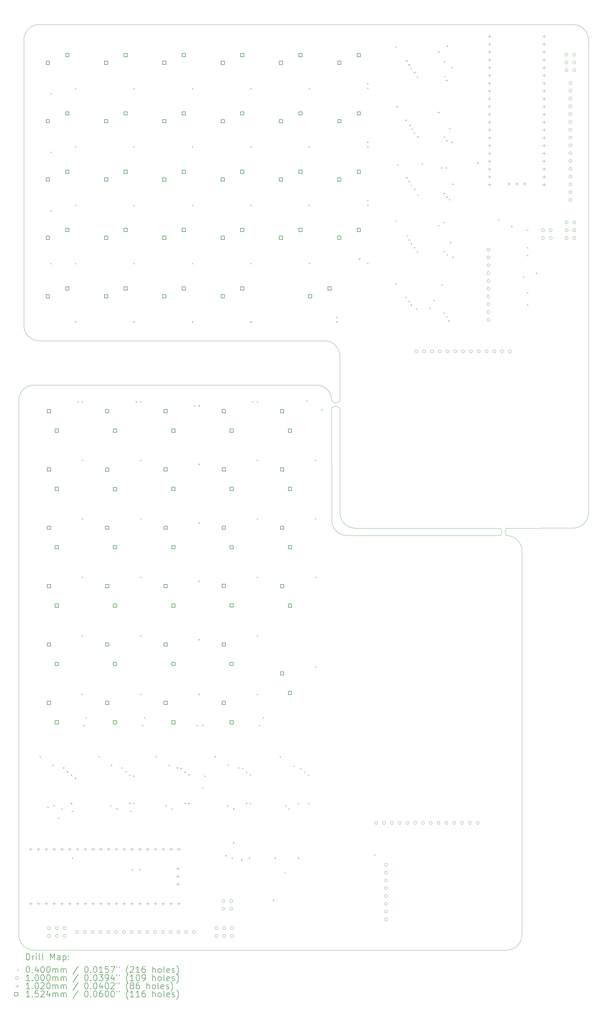
<source format=gbr>
%TF.GenerationSoftware,KiCad,Pcbnew,(6.0.10)*%
%TF.CreationDate,2023-02-21T21:26:05+01:00*%
%TF.ProjectId,kicad,6b696361-642e-46b6-9963-61645f706362,rev?*%
%TF.SameCoordinates,Original*%
%TF.FileFunction,Drillmap*%
%TF.FilePolarity,Positive*%
%FSLAX45Y45*%
G04 Gerber Fmt 4.5, Leading zero omitted, Abs format (unit mm)*
G04 Created by KiCad (PCBNEW (6.0.10)) date 2023-02-21 21:26:05*
%MOMM*%
%LPD*%
G01*
G04 APERTURE LIST*
%ADD10C,0.100000*%
%ADD11C,0.200000*%
%ADD12C,0.040000*%
%ADD13C,0.102000*%
%ADD14C,0.152400*%
G04 APERTURE END LIST*
D10*
X3900000Y-2700000D02*
G75*
G03*
X3400000Y-3200000I0J-500000D01*
G01*
X13700000Y-13500000D02*
G75*
G03*
X13200000Y-13000000I-500000J0D01*
G01*
X13700003Y-18601447D02*
G75*
G03*
X14200000Y-19101447I499997J-3D01*
G01*
X13200000Y-13000000D02*
X3900000Y-13000000D01*
X3400000Y-12500000D02*
G75*
G03*
X3900000Y-13000000I500000J0D01*
G01*
X19634000Y-32343000D02*
X19634000Y-19843000D01*
X13434000Y-18843000D02*
G75*
G03*
X13934000Y-19343000I500000J0D01*
G01*
X21300000Y-19100000D02*
G75*
G03*
X21800000Y-18600000I0J500000D01*
G01*
X11434000Y-32843000D02*
X3734000Y-32843000D01*
X12934000Y-14443000D02*
X3734000Y-14443000D01*
X21800000Y-3200000D02*
G75*
G03*
X21300000Y-2700000I-500000J0D01*
G01*
X14200000Y-19101447D02*
X18930777Y-19102597D01*
X3734000Y-14443000D02*
G75*
G03*
X3234000Y-14943000I0J-500000D01*
G01*
X19634000Y-19843000D02*
G75*
G03*
X19134000Y-19343000I-500000J0D01*
G01*
X3900000Y-2700000D02*
X21300000Y-2700000D01*
X13434002Y-14942999D02*
G75*
G03*
X13700000Y-14961000I139998J94419D01*
G01*
X3234000Y-32343000D02*
X3234000Y-25443000D01*
X13701000Y-15203000D02*
X13700000Y-18601447D01*
X18929777Y-19344597D02*
X13934000Y-19343000D01*
X19134000Y-32843000D02*
G75*
G03*
X19634000Y-32343000I0J500000D01*
G01*
X3400000Y-12500000D02*
X3400000Y-3200000D01*
X19131781Y-19102601D02*
G75*
G03*
X19134000Y-19343000I125729J-119049D01*
G01*
X21800000Y-3200000D02*
X21800000Y-18600000D01*
X3234000Y-16443000D02*
X3234000Y-14943000D01*
X18929780Y-19344600D02*
G75*
G03*
X18930777Y-19102597I-132750J121550D01*
G01*
X13434000Y-14943000D02*
G75*
G03*
X12934000Y-14443000I-500000J0D01*
G01*
X13701000Y-15203000D02*
G75*
G03*
X13430000Y-15192098I-139930J-104680D01*
G01*
X13430000Y-15192098D02*
X13434000Y-18843000D01*
X3234000Y-32343000D02*
G75*
G03*
X3734000Y-32843000I500000J0D01*
G01*
X13700000Y-14961000D02*
X13700000Y-13500000D01*
X3234000Y-25443000D02*
X3234000Y-16443000D01*
X19131777Y-19102597D02*
X21300000Y-19100000D01*
X11434000Y-32843000D02*
X19134000Y-32843000D01*
D11*
D12*
X3914000Y-26521000D02*
X3954000Y-26561000D01*
X3954000Y-26521000D02*
X3914000Y-26561000D01*
X4164000Y-28173000D02*
X4204000Y-28213000D01*
X4204000Y-28173000D02*
X4164000Y-28213000D01*
X4269500Y-4933000D02*
X4309500Y-4973000D01*
X4309500Y-4933000D02*
X4269500Y-4973000D01*
X4269500Y-6838000D02*
X4309500Y-6878000D01*
X4309500Y-6838000D02*
X4269500Y-6878000D01*
X4269500Y-8743000D02*
X4309500Y-8783000D01*
X4309500Y-8743000D02*
X4269500Y-8783000D01*
X4269500Y-10463000D02*
X4309500Y-10503000D01*
X4309500Y-10463000D02*
X4269500Y-10503000D01*
X4336500Y-26800500D02*
X4376500Y-26840500D01*
X4376500Y-26800500D02*
X4336500Y-26840500D01*
X4362770Y-28123000D02*
X4402770Y-28163000D01*
X4402770Y-28123000D02*
X4362770Y-28163000D01*
X4514000Y-28523000D02*
X4554000Y-28563000D01*
X4554000Y-28523000D02*
X4514000Y-28563000D01*
X4614000Y-28223000D02*
X4654000Y-28263000D01*
X4654000Y-28223000D02*
X4614000Y-28263000D01*
X4677500Y-26886500D02*
X4717500Y-26926500D01*
X4717500Y-26886500D02*
X4677500Y-26926500D01*
X4804500Y-27013500D02*
X4844500Y-27053500D01*
X4844500Y-27013500D02*
X4804500Y-27053500D01*
X4931500Y-27123000D02*
X4971500Y-27163000D01*
X4971500Y-27123000D02*
X4931500Y-27163000D01*
X4931500Y-28045000D02*
X4971500Y-28085000D01*
X4971500Y-28045000D02*
X4931500Y-28085000D01*
X4959000Y-28299000D02*
X4999000Y-28339000D01*
X4999000Y-28299000D02*
X4959000Y-28339000D01*
X4959000Y-29823000D02*
X4999000Y-29863000D01*
X4999000Y-29823000D02*
X4959000Y-29863000D01*
X5058500Y-27223000D02*
X5098500Y-27263000D01*
X5098500Y-27223000D02*
X5058500Y-27263000D01*
X5060000Y-4763000D02*
X5100000Y-4803000D01*
X5100000Y-4763000D02*
X5060000Y-4803000D01*
X5060000Y-6663000D02*
X5100000Y-6703000D01*
X5100000Y-6663000D02*
X5060000Y-6703000D01*
X5060000Y-8563000D02*
X5100000Y-8603000D01*
X5100000Y-8563000D02*
X5060000Y-8603000D01*
X5060000Y-10463000D02*
X5100000Y-10503000D01*
X5100000Y-10463000D02*
X5060000Y-10503000D01*
X5060000Y-12363000D02*
X5100000Y-12403000D01*
X5100000Y-12363000D02*
X5060000Y-12403000D01*
X5139000Y-14964000D02*
X5179000Y-15004000D01*
X5179000Y-14964000D02*
X5139000Y-15004000D01*
X5281000Y-22584000D02*
X5321000Y-22624000D01*
X5321000Y-22584000D02*
X5281000Y-22624000D01*
X5281000Y-24489000D02*
X5321000Y-24529000D01*
X5321000Y-24489000D02*
X5281000Y-24529000D01*
X5289000Y-20679000D02*
X5329000Y-20719000D01*
X5329000Y-20679000D02*
X5289000Y-20719000D01*
X5289000Y-14964000D02*
X5329000Y-15004000D01*
X5329000Y-14964000D02*
X5289000Y-15004000D01*
X5289000Y-16869000D02*
X5329000Y-16909000D01*
X5329000Y-16869000D02*
X5289000Y-16909000D01*
X5289000Y-18774000D02*
X5329000Y-18814000D01*
X5329000Y-18774000D02*
X5289000Y-18814000D01*
X5340000Y-25505000D02*
X5380000Y-25545000D01*
X5380000Y-25505000D02*
X5340000Y-25545000D01*
X5406550Y-25249275D02*
X5446550Y-25289275D01*
X5446550Y-25249275D02*
X5406550Y-25289275D01*
X5834000Y-26521000D02*
X5874000Y-26561000D01*
X5874000Y-26521000D02*
X5834000Y-26561000D01*
X6214000Y-28123000D02*
X6254000Y-28163000D01*
X6254000Y-28123000D02*
X6214000Y-28163000D01*
X6236500Y-26800500D02*
X6276500Y-26840500D01*
X6276500Y-26800500D02*
X6236500Y-26840500D01*
X6414000Y-28223000D02*
X6454000Y-28263000D01*
X6454000Y-28223000D02*
X6414000Y-28263000D01*
X6577500Y-26886500D02*
X6617500Y-26926500D01*
X6617500Y-26886500D02*
X6577500Y-26926500D01*
X6704500Y-27013500D02*
X6744500Y-27053500D01*
X6744500Y-27013500D02*
X6704500Y-27053500D01*
X6831500Y-27123000D02*
X6871500Y-27163000D01*
X6871500Y-27123000D02*
X6831500Y-27163000D01*
X6834980Y-28041520D02*
X6874980Y-28081520D01*
X6874980Y-28041520D02*
X6834980Y-28081520D01*
X6864000Y-28299000D02*
X6904000Y-28339000D01*
X6904000Y-28299000D02*
X6864000Y-28339000D01*
X6914000Y-30204000D02*
X6954000Y-30244000D01*
X6954000Y-30204000D02*
X6914000Y-30244000D01*
X6958500Y-27156000D02*
X6998500Y-27196000D01*
X6998500Y-27156000D02*
X6958500Y-27196000D01*
X6958500Y-28045000D02*
X6998500Y-28085000D01*
X6998500Y-28045000D02*
X6958500Y-28085000D01*
X6965000Y-4763000D02*
X7005000Y-4803000D01*
X7005000Y-4763000D02*
X6965000Y-4803000D01*
X6965000Y-6663000D02*
X7005000Y-6703000D01*
X7005000Y-6663000D02*
X6965000Y-6703000D01*
X6965000Y-8563000D02*
X7005000Y-8603000D01*
X7005000Y-8563000D02*
X6965000Y-8603000D01*
X6965000Y-10463000D02*
X7005000Y-10503000D01*
X7005000Y-10463000D02*
X6965000Y-10503000D01*
X6965000Y-12363000D02*
X7005000Y-12403000D01*
X7005000Y-12363000D02*
X6965000Y-12403000D01*
X7039000Y-14964000D02*
X7079000Y-15004000D01*
X7079000Y-14964000D02*
X7039000Y-15004000D01*
X7157000Y-30197000D02*
X7197000Y-30237000D01*
X7197000Y-30197000D02*
X7157000Y-30237000D01*
X7189000Y-14964000D02*
X7229000Y-15004000D01*
X7229000Y-14964000D02*
X7189000Y-15004000D01*
X7189000Y-18774000D02*
X7229000Y-18814000D01*
X7229000Y-18774000D02*
X7189000Y-18814000D01*
X7189000Y-20679000D02*
X7229000Y-20719000D01*
X7229000Y-20679000D02*
X7189000Y-20719000D01*
X7189000Y-22584000D02*
X7229000Y-22624000D01*
X7229000Y-22584000D02*
X7189000Y-22624000D01*
X7189000Y-24489000D02*
X7229000Y-24529000D01*
X7229000Y-24489000D02*
X7189000Y-24529000D01*
X7189000Y-16869000D02*
X7229000Y-16909000D01*
X7229000Y-16869000D02*
X7189000Y-16909000D01*
X7245000Y-25505000D02*
X7285000Y-25545000D01*
X7285000Y-25505000D02*
X7245000Y-25545000D01*
X7316550Y-25251000D02*
X7356550Y-25291000D01*
X7356550Y-25251000D02*
X7316550Y-25291000D01*
X7694000Y-26521000D02*
X7734000Y-26561000D01*
X7734000Y-26521000D02*
X7694000Y-26561000D01*
X8014000Y-28123000D02*
X8054000Y-28163000D01*
X8054000Y-28123000D02*
X8014000Y-28163000D01*
X8120250Y-26804250D02*
X8160250Y-26844250D01*
X8160250Y-26804250D02*
X8120250Y-26844250D01*
X8214000Y-28223000D02*
X8254000Y-28263000D01*
X8254000Y-28223000D02*
X8214000Y-28263000D01*
X8377500Y-26886500D02*
X8417500Y-26926500D01*
X8417500Y-26886500D02*
X8377500Y-26926500D01*
X8504500Y-26902000D02*
X8544500Y-26942000D01*
X8544500Y-26902000D02*
X8504500Y-26942000D01*
X8631500Y-27029000D02*
X8671500Y-27069000D01*
X8671500Y-27029000D02*
X8631500Y-27069000D01*
X8634980Y-28041520D02*
X8674980Y-28081520D01*
X8674980Y-28041520D02*
X8634980Y-28081520D01*
X8758500Y-27113500D02*
X8798500Y-27153500D01*
X8798500Y-27113500D02*
X8758500Y-27153500D01*
X8758500Y-28045000D02*
X8798500Y-28085000D01*
X8798500Y-28045000D02*
X8758500Y-28085000D01*
X8870000Y-4763000D02*
X8910000Y-4803000D01*
X8910000Y-4763000D02*
X8870000Y-4803000D01*
X8870000Y-6663000D02*
X8910000Y-6703000D01*
X8910000Y-6663000D02*
X8870000Y-6703000D01*
X8870000Y-8563000D02*
X8910000Y-8603000D01*
X8910000Y-8563000D02*
X8870000Y-8603000D01*
X8870000Y-10463000D02*
X8910000Y-10503000D01*
X8910000Y-10463000D02*
X8870000Y-10503000D01*
X8870000Y-12363000D02*
X8910000Y-12403000D01*
X8910000Y-12363000D02*
X8870000Y-12403000D01*
X8939000Y-15091000D02*
X8979000Y-15131000D01*
X8979000Y-15091000D02*
X8939000Y-15131000D01*
X9023000Y-25505000D02*
X9063000Y-25545000D01*
X9063000Y-25505000D02*
X9023000Y-25545000D01*
X9081000Y-20806000D02*
X9121000Y-20846000D01*
X9121000Y-20806000D02*
X9081000Y-20846000D01*
X9089000Y-15091000D02*
X9129000Y-15131000D01*
X9129000Y-15091000D02*
X9089000Y-15131000D01*
X9089000Y-16996000D02*
X9129000Y-17036000D01*
X9129000Y-16996000D02*
X9089000Y-17036000D01*
X9089000Y-18901000D02*
X9129000Y-18941000D01*
X9129000Y-18901000D02*
X9089000Y-18941000D01*
X9089000Y-22711000D02*
X9129000Y-22751000D01*
X9129000Y-22711000D02*
X9089000Y-22751000D01*
X9089000Y-24489000D02*
X9129000Y-24529000D01*
X9129000Y-24489000D02*
X9089000Y-24529000D01*
X9206550Y-25505000D02*
X9246550Y-25545000D01*
X9246550Y-25505000D02*
X9206550Y-25545000D01*
X9214000Y-27537000D02*
X9254000Y-27577000D01*
X9254000Y-27537000D02*
X9214000Y-27577000D01*
X9277000Y-27156000D02*
X9317000Y-27196000D01*
X9317000Y-27156000D02*
X9277000Y-27196000D01*
X9614000Y-26521000D02*
X9654000Y-26561000D01*
X9654000Y-26521000D02*
X9614000Y-26561000D01*
X9969500Y-29750550D02*
X10009500Y-29790550D01*
X10009500Y-29750550D02*
X9969500Y-29790550D01*
X10014000Y-28123000D02*
X10054000Y-28163000D01*
X10054000Y-28123000D02*
X10014000Y-28163000D01*
X10042000Y-26795000D02*
X10082000Y-26835000D01*
X10082000Y-26795000D02*
X10042000Y-26835000D01*
X10168950Y-29823000D02*
X10208950Y-29863000D01*
X10208950Y-29823000D02*
X10168950Y-29863000D01*
X10214000Y-29323000D02*
X10254000Y-29363000D01*
X10254000Y-29323000D02*
X10214000Y-29363000D01*
X10214000Y-28223000D02*
X10254000Y-28263000D01*
X10254000Y-28223000D02*
X10214000Y-28263000D01*
X10377500Y-26886500D02*
X10417500Y-26926500D01*
X10417500Y-26886500D02*
X10377500Y-26926500D01*
X10477500Y-29886500D02*
X10517500Y-29926500D01*
X10517500Y-29886500D02*
X10477500Y-29926500D01*
X10504500Y-26902000D02*
X10544500Y-26942000D01*
X10544500Y-26902000D02*
X10504500Y-26942000D01*
X10631500Y-27029000D02*
X10671500Y-27069000D01*
X10671500Y-27029000D02*
X10631500Y-27069000D01*
X10634980Y-28041520D02*
X10674980Y-28081520D01*
X10674980Y-28041520D02*
X10634980Y-28081520D01*
X10731500Y-29823000D02*
X10771500Y-29863000D01*
X10771500Y-29823000D02*
X10731500Y-29863000D01*
X10758500Y-27113500D02*
X10798500Y-27153500D01*
X10798500Y-27113500D02*
X10758500Y-27153500D01*
X10758500Y-28045000D02*
X10798500Y-28085000D01*
X10798500Y-28045000D02*
X10758500Y-28085000D01*
X10775000Y-4763000D02*
X10815000Y-4803000D01*
X10815000Y-4763000D02*
X10775000Y-4803000D01*
X10775000Y-6663000D02*
X10815000Y-6703000D01*
X10815000Y-6663000D02*
X10775000Y-6703000D01*
X10775000Y-8563000D02*
X10815000Y-8603000D01*
X10815000Y-8563000D02*
X10775000Y-8603000D01*
X10775000Y-10463000D02*
X10815000Y-10503000D01*
X10815000Y-10463000D02*
X10775000Y-10503000D01*
X10775000Y-12363000D02*
X10815000Y-12403000D01*
X10815000Y-12363000D02*
X10775000Y-12403000D01*
X10839000Y-14964000D02*
X10879000Y-15004000D01*
X10879000Y-14964000D02*
X10839000Y-15004000D01*
X10989000Y-16869000D02*
X11029000Y-16909000D01*
X11029000Y-16869000D02*
X10989000Y-16909000D01*
X10989000Y-18774000D02*
X11029000Y-18814000D01*
X11029000Y-18774000D02*
X10989000Y-18814000D01*
X10989000Y-14964000D02*
X11029000Y-15004000D01*
X11029000Y-14964000D02*
X10989000Y-15004000D01*
X10989000Y-20679000D02*
X11029000Y-20719000D01*
X11029000Y-20679000D02*
X10989000Y-20719000D01*
X10989000Y-22584000D02*
X11029000Y-22624000D01*
X11029000Y-22584000D02*
X10989000Y-22624000D01*
X10989000Y-24489000D02*
X11029000Y-24529000D01*
X11029000Y-24489000D02*
X10989000Y-24529000D01*
X11055000Y-25505000D02*
X11095000Y-25545000D01*
X11095000Y-25505000D02*
X11055000Y-25545000D01*
X11182000Y-25251000D02*
X11222000Y-25291000D01*
X11222000Y-25251000D02*
X11182000Y-25291000D01*
X11511000Y-31195450D02*
X11551000Y-31235450D01*
X11551000Y-31195450D02*
X11511000Y-31235450D01*
X11569500Y-29823000D02*
X11609500Y-29863000D01*
X11609500Y-29823000D02*
X11569500Y-29863000D01*
X11734000Y-26521000D02*
X11774000Y-26561000D01*
X11774000Y-26521000D02*
X11734000Y-26561000D01*
X11892108Y-30295550D02*
X11932108Y-30335550D01*
X11932108Y-30295550D02*
X11892108Y-30335550D01*
X11914000Y-28123000D02*
X11954000Y-28163000D01*
X11954000Y-28123000D02*
X11914000Y-28163000D01*
X12014000Y-28223000D02*
X12054000Y-28263000D01*
X12054000Y-28223000D02*
X12014000Y-28263000D01*
X12187750Y-26831750D02*
X12227750Y-26871750D01*
X12227750Y-26831750D02*
X12187750Y-26871750D01*
X12325000Y-28045000D02*
X12365000Y-28085000D01*
X12365000Y-28045000D02*
X12325000Y-28085000D01*
X12331500Y-29823000D02*
X12371500Y-29863000D01*
X12371500Y-29823000D02*
X12331500Y-29863000D01*
X12404500Y-26913500D02*
X12444500Y-26953500D01*
X12444500Y-26913500D02*
X12404500Y-26953500D01*
X12531500Y-27023000D02*
X12571500Y-27063000D01*
X12571500Y-27023000D02*
X12531500Y-27063000D01*
X12609500Y-14933500D02*
X12649500Y-14973500D01*
X12649500Y-14933500D02*
X12609500Y-14973500D01*
X12658500Y-27123000D02*
X12698500Y-27163000D01*
X12698500Y-27123000D02*
X12658500Y-27163000D01*
X12658500Y-28045000D02*
X12698500Y-28085000D01*
X12698500Y-28045000D02*
X12658500Y-28085000D01*
X12680000Y-4763000D02*
X12720000Y-4803000D01*
X12720000Y-4763000D02*
X12680000Y-4803000D01*
X12680000Y-6663000D02*
X12720000Y-6703000D01*
X12720000Y-6663000D02*
X12680000Y-6703000D01*
X12680000Y-8563000D02*
X12720000Y-8603000D01*
X12720000Y-8563000D02*
X12680000Y-8603000D01*
X12680000Y-10455000D02*
X12720000Y-10495000D01*
X12720000Y-10455000D02*
X12680000Y-10495000D01*
X12889000Y-16869000D02*
X12929000Y-16909000D01*
X12929000Y-16869000D02*
X12889000Y-16909000D01*
X12889000Y-18774000D02*
X12929000Y-18814000D01*
X12929000Y-18774000D02*
X12889000Y-18814000D01*
X12889000Y-23600000D02*
X12929000Y-23640000D01*
X12929000Y-23600000D02*
X12889000Y-23640000D01*
X12901500Y-20679000D02*
X12941500Y-20719000D01*
X12941500Y-20679000D02*
X12901500Y-20719000D01*
X13087000Y-15218000D02*
X13127000Y-15258000D01*
X13127000Y-15218000D02*
X13087000Y-15258000D01*
X13569000Y-12213000D02*
X13609000Y-12253000D01*
X13609000Y-12213000D02*
X13569000Y-12253000D01*
X13569000Y-12363000D02*
X13609000Y-12403000D01*
X13609000Y-12363000D02*
X13569000Y-12403000D01*
X14314500Y-10313000D02*
X14354500Y-10353000D01*
X14354500Y-10313000D02*
X14314500Y-10353000D01*
X14585000Y-4605000D02*
X14625000Y-4645000D01*
X14625000Y-4605000D02*
X14585000Y-4645000D01*
X14585000Y-4755000D02*
X14625000Y-4795000D01*
X14625000Y-4755000D02*
X14585000Y-4795000D01*
X14585000Y-6513000D02*
X14625000Y-6553000D01*
X14625000Y-6513000D02*
X14585000Y-6553000D01*
X14585000Y-6663000D02*
X14625000Y-6703000D01*
X14625000Y-6663000D02*
X14585000Y-6703000D01*
X14585000Y-8413000D02*
X14625000Y-8453000D01*
X14625000Y-8413000D02*
X14585000Y-8453000D01*
X14585000Y-8563000D02*
X14625000Y-8603000D01*
X14625000Y-8563000D02*
X14585000Y-8603000D01*
X14585000Y-10463000D02*
X14625000Y-10503000D01*
X14625000Y-10463000D02*
X14585000Y-10503000D01*
X14814000Y-29723000D02*
X14854000Y-29763000D01*
X14854000Y-29723000D02*
X14814000Y-29763000D01*
X15511950Y-3409000D02*
X15551950Y-3449000D01*
X15551950Y-3409000D02*
X15511950Y-3449000D01*
X15511950Y-9080000D02*
X15551950Y-9120000D01*
X15551950Y-9080000D02*
X15511950Y-9120000D01*
X15511950Y-11129000D02*
X15551950Y-11169000D01*
X15551950Y-11129000D02*
X15511950Y-11169000D01*
X15546050Y-5352450D02*
X15586050Y-5392450D01*
X15586050Y-5352450D02*
X15546050Y-5392450D01*
X15571000Y-7252450D02*
X15611000Y-7292450D01*
X15611000Y-7252450D02*
X15571000Y-7292450D01*
X15829500Y-5792500D02*
X15869500Y-5832500D01*
X15869500Y-5792500D02*
X15829500Y-5832500D01*
X15830500Y-11562500D02*
X15870500Y-11602500D01*
X15870500Y-11562500D02*
X15830500Y-11602500D01*
X15859500Y-3862500D02*
X15899500Y-3902500D01*
X15899500Y-3862500D02*
X15859500Y-3902500D01*
X15859500Y-7662500D02*
X15899500Y-7702500D01*
X15899500Y-7662500D02*
X15859500Y-7702500D01*
X15869500Y-9552500D02*
X15909500Y-9592500D01*
X15909500Y-9552500D02*
X15869500Y-9592500D01*
X15932500Y-3989500D02*
X15972500Y-4029500D01*
X15972500Y-3989500D02*
X15932500Y-4029500D01*
X15932500Y-7789500D02*
X15972500Y-7829500D01*
X15972500Y-7789500D02*
X15932500Y-7829500D01*
X15932500Y-9689500D02*
X15972500Y-9729500D01*
X15972500Y-9689500D02*
X15932500Y-9729500D01*
X15932500Y-11689500D02*
X15972500Y-11729500D01*
X15972500Y-11689500D02*
X15932500Y-11729500D01*
X15964500Y-5957500D02*
X16004500Y-5997500D01*
X16004500Y-5957500D02*
X15964500Y-5997500D01*
X16005500Y-4116500D02*
X16045500Y-4156500D01*
X16045500Y-4116500D02*
X16005500Y-4156500D01*
X16005500Y-7916500D02*
X16045500Y-7956500D01*
X16045500Y-7916500D02*
X16005500Y-7956500D01*
X16005500Y-9816500D02*
X16045500Y-9856500D01*
X16045500Y-9816500D02*
X16005500Y-9856500D01*
X16005500Y-11816500D02*
X16045500Y-11856500D01*
X16045500Y-11816500D02*
X16005500Y-11856500D01*
X16037500Y-6084500D02*
X16077500Y-6124500D01*
X16077500Y-6084500D02*
X16037500Y-6124500D01*
X16109000Y-4243500D02*
X16149000Y-4283500D01*
X16149000Y-4243500D02*
X16109000Y-4283500D01*
X16109000Y-9943500D02*
X16149000Y-9983500D01*
X16149000Y-9943500D02*
X16109000Y-9983500D01*
X16110500Y-6211500D02*
X16150500Y-6251500D01*
X16150500Y-6211500D02*
X16110500Y-6251500D01*
X16113500Y-8043500D02*
X16153500Y-8083500D01*
X16153500Y-8043500D02*
X16113500Y-8083500D01*
X16178500Y-11943500D02*
X16218500Y-11983500D01*
X16218500Y-11943500D02*
X16178500Y-11983500D01*
X16204000Y-4393000D02*
X16244000Y-4433000D01*
X16244000Y-4393000D02*
X16204000Y-4433000D01*
X16206500Y-10070500D02*
X16246500Y-10110500D01*
X16246500Y-10070500D02*
X16206500Y-10110500D01*
X16218500Y-6338500D02*
X16258500Y-6378500D01*
X16258500Y-6338500D02*
X16218500Y-6378500D01*
X16225500Y-8231500D02*
X16265500Y-8271500D01*
X16265500Y-8231500D02*
X16225500Y-8271500D01*
X16363000Y-7219000D02*
X16403000Y-7259000D01*
X16403000Y-7219000D02*
X16363000Y-7259000D01*
X16617000Y-11918000D02*
X16657000Y-11958000D01*
X16657000Y-11918000D02*
X16617000Y-11958000D01*
X16744000Y-11664000D02*
X16784000Y-11704000D01*
X16784000Y-11664000D02*
X16744000Y-11704000D01*
X16899500Y-3564500D02*
X16939500Y-3604500D01*
X16939500Y-3564500D02*
X16899500Y-3604500D01*
X16899500Y-9222500D02*
X16939500Y-9262500D01*
X16939500Y-9222500D02*
X16899500Y-9262500D01*
X16900250Y-5538750D02*
X16940250Y-5578750D01*
X16940250Y-5538750D02*
X16900250Y-5578750D01*
X16998000Y-7346000D02*
X17038000Y-7386000D01*
X17038000Y-7346000D02*
X16998000Y-7386000D01*
X16998000Y-11156000D02*
X17038000Y-11196000D01*
X17038000Y-11156000D02*
X16998000Y-11196000D01*
X17070500Y-10070500D02*
X17110500Y-10110500D01*
X17110500Y-10070500D02*
X17070500Y-10110500D01*
X17080000Y-8180000D02*
X17120000Y-8220000D01*
X17120000Y-8180000D02*
X17080000Y-8220000D01*
X17080000Y-9124000D02*
X17120000Y-9164000D01*
X17120000Y-9124000D02*
X17080000Y-9164000D01*
X17080000Y-12080000D02*
X17120000Y-12120000D01*
X17120000Y-12080000D02*
X17080000Y-12120000D01*
X17083500Y-6338500D02*
X17123500Y-6378500D01*
X17123500Y-6338500D02*
X17083500Y-6378500D01*
X17089500Y-3889500D02*
X17129500Y-3929500D01*
X17129500Y-3889500D02*
X17089500Y-3929500D01*
X17089500Y-4370500D02*
X17129500Y-4410500D01*
X17129500Y-4370500D02*
X17089500Y-4410500D01*
X17152450Y-7346000D02*
X17192450Y-7386000D01*
X17192450Y-7346000D02*
X17152450Y-7386000D01*
X17161000Y-6461000D02*
X17201000Y-6501000D01*
X17201000Y-6461000D02*
X17161000Y-6501000D01*
X17161000Y-8299000D02*
X17201000Y-8339000D01*
X17201000Y-8299000D02*
X17161000Y-8339000D01*
X17162500Y-4497500D02*
X17202500Y-4537500D01*
X17202500Y-4497500D02*
X17162500Y-4537500D01*
X17162500Y-12197500D02*
X17202500Y-12237500D01*
X17202500Y-12197500D02*
X17162500Y-12237500D01*
X17180000Y-3380000D02*
X17220000Y-3420000D01*
X17220000Y-3380000D02*
X17180000Y-3420000D01*
X17180000Y-10180000D02*
X17220000Y-10220000D01*
X17220000Y-10180000D02*
X17180000Y-10220000D01*
X17224500Y-12324500D02*
X17264500Y-12364500D01*
X17264500Y-12324500D02*
X17224500Y-12364500D01*
X17252450Y-6061000D02*
X17292450Y-6101000D01*
X17292450Y-6061000D02*
X17252450Y-6101000D01*
X17252450Y-8380000D02*
X17292450Y-8420000D01*
X17292450Y-8380000D02*
X17252450Y-8420000D01*
X17280000Y-9780000D02*
X17320000Y-9820000D01*
X17320000Y-9780000D02*
X17280000Y-9820000D01*
X17324900Y-4080000D02*
X17364900Y-4120000D01*
X17364900Y-4080000D02*
X17324900Y-4120000D01*
X17324900Y-6511000D02*
X17364900Y-6551000D01*
X17364900Y-6511000D02*
X17324900Y-6551000D01*
X17361000Y-7880000D02*
X17401000Y-7920000D01*
X17401000Y-7880000D02*
X17361000Y-7920000D01*
X17361000Y-10261000D02*
X17401000Y-10301000D01*
X17401000Y-10261000D02*
X17361000Y-10301000D01*
X18180000Y-7180000D02*
X18220000Y-7220000D01*
X18220000Y-7180000D02*
X18180000Y-7220000D01*
X18858000Y-9042000D02*
X18898000Y-9082000D01*
X18898000Y-9042000D02*
X18858000Y-9082000D01*
X19280000Y-9255000D02*
X19320000Y-9295000D01*
X19320000Y-9255000D02*
X19280000Y-9295000D01*
X19665000Y-10902000D02*
X19705000Y-10942000D01*
X19705000Y-10902000D02*
X19665000Y-10942000D01*
X19792000Y-9378000D02*
X19832000Y-9418000D01*
X19832000Y-9378000D02*
X19792000Y-9418000D01*
X19792000Y-9943500D02*
X19832000Y-9983500D01*
X19832000Y-9943500D02*
X19792000Y-9983500D01*
X19792000Y-10197500D02*
X19832000Y-10237500D01*
X19832000Y-10197500D02*
X19792000Y-10237500D01*
X19792000Y-11410000D02*
X19832000Y-11450000D01*
X19832000Y-11410000D02*
X19792000Y-11450000D01*
X19792000Y-11797500D02*
X19832000Y-11837500D01*
X19832000Y-11797500D02*
X19792000Y-11837500D01*
X20080000Y-10780000D02*
X20120000Y-10820000D01*
X20120000Y-10780000D02*
X20080000Y-10820000D01*
D10*
X4267000Y-32129000D02*
G75*
G03*
X4267000Y-32129000I-50000J0D01*
G01*
X4267000Y-32383000D02*
G75*
G03*
X4267000Y-32383000I-50000J0D01*
G01*
X4521000Y-32129000D02*
G75*
G03*
X4521000Y-32129000I-50000J0D01*
G01*
X4521000Y-32383000D02*
G75*
G03*
X4521000Y-32383000I-50000J0D01*
G01*
X4775000Y-32129000D02*
G75*
G03*
X4775000Y-32129000I-50000J0D01*
G01*
X4775000Y-32383000D02*
G75*
G03*
X4775000Y-32383000I-50000J0D01*
G01*
X5186750Y-32256000D02*
G75*
G03*
X5186750Y-32256000I-50000J0D01*
G01*
X5440750Y-32256000D02*
G75*
G03*
X5440750Y-32256000I-50000J0D01*
G01*
X5694750Y-32256000D02*
G75*
G03*
X5694750Y-32256000I-50000J0D01*
G01*
X5948750Y-32256000D02*
G75*
G03*
X5948750Y-32256000I-50000J0D01*
G01*
X6202750Y-32256000D02*
G75*
G03*
X6202750Y-32256000I-50000J0D01*
G01*
X6456750Y-32256000D02*
G75*
G03*
X6456750Y-32256000I-50000J0D01*
G01*
X6710750Y-32256000D02*
G75*
G03*
X6710750Y-32256000I-50000J0D01*
G01*
X6964750Y-32256000D02*
G75*
G03*
X6964750Y-32256000I-50000J0D01*
G01*
X7218750Y-32256000D02*
G75*
G03*
X7218750Y-32256000I-50000J0D01*
G01*
X7472750Y-32256000D02*
G75*
G03*
X7472750Y-32256000I-50000J0D01*
G01*
X7726750Y-32256000D02*
G75*
G03*
X7726750Y-32256000I-50000J0D01*
G01*
X7980750Y-32256000D02*
G75*
G03*
X7980750Y-32256000I-50000J0D01*
G01*
X8234750Y-32256000D02*
G75*
G03*
X8234750Y-32256000I-50000J0D01*
G01*
X8488750Y-32256000D02*
G75*
G03*
X8488750Y-32256000I-50000J0D01*
G01*
X8742750Y-32256000D02*
G75*
G03*
X8742750Y-32256000I-50000J0D01*
G01*
X8996750Y-32256000D02*
G75*
G03*
X8996750Y-32256000I-50000J0D01*
G01*
X9729500Y-32127000D02*
G75*
G03*
X9729500Y-32127000I-50000J0D01*
G01*
X9729500Y-32381000D02*
G75*
G03*
X9729500Y-32381000I-50000J0D01*
G01*
X9954500Y-31240000D02*
G75*
G03*
X9954500Y-31240000I-50000J0D01*
G01*
X9954500Y-31494000D02*
G75*
G03*
X9954500Y-31494000I-50000J0D01*
G01*
X9983500Y-32127000D02*
G75*
G03*
X9983500Y-32127000I-50000J0D01*
G01*
X9983500Y-32381000D02*
G75*
G03*
X9983500Y-32381000I-50000J0D01*
G01*
X10208500Y-31240000D02*
G75*
G03*
X10208500Y-31240000I-50000J0D01*
G01*
X10208500Y-31494000D02*
G75*
G03*
X10208500Y-31494000I-50000J0D01*
G01*
X10237500Y-32127000D02*
G75*
G03*
X10237500Y-32127000I-50000J0D01*
G01*
X10237500Y-32381000D02*
G75*
G03*
X10237500Y-32381000I-50000J0D01*
G01*
X14935000Y-28700000D02*
G75*
G03*
X14935000Y-28700000I-50000J0D01*
G01*
X15189000Y-28700000D02*
G75*
G03*
X15189000Y-28700000I-50000J0D01*
G01*
X15256000Y-30065500D02*
G75*
G03*
X15256000Y-30065500I-50000J0D01*
G01*
X15256000Y-30319500D02*
G75*
G03*
X15256000Y-30319500I-50000J0D01*
G01*
X15256000Y-30573500D02*
G75*
G03*
X15256000Y-30573500I-50000J0D01*
G01*
X15256000Y-30827500D02*
G75*
G03*
X15256000Y-30827500I-50000J0D01*
G01*
X15256000Y-31081500D02*
G75*
G03*
X15256000Y-31081500I-50000J0D01*
G01*
X15256000Y-31335500D02*
G75*
G03*
X15256000Y-31335500I-50000J0D01*
G01*
X15256000Y-31589500D02*
G75*
G03*
X15256000Y-31589500I-50000J0D01*
G01*
X15256000Y-31843500D02*
G75*
G03*
X15256000Y-31843500I-50000J0D01*
G01*
X15443000Y-28700000D02*
G75*
G03*
X15443000Y-28700000I-50000J0D01*
G01*
X15697000Y-28700000D02*
G75*
G03*
X15697000Y-28700000I-50000J0D01*
G01*
X15951000Y-28700000D02*
G75*
G03*
X15951000Y-28700000I-50000J0D01*
G01*
X16205000Y-28700000D02*
G75*
G03*
X16205000Y-28700000I-50000J0D01*
G01*
X16242500Y-13341000D02*
G75*
G03*
X16242500Y-13341000I-50000J0D01*
G01*
X16459000Y-28700000D02*
G75*
G03*
X16459000Y-28700000I-50000J0D01*
G01*
X16496500Y-13341000D02*
G75*
G03*
X16496500Y-13341000I-50000J0D01*
G01*
X16713000Y-28700000D02*
G75*
G03*
X16713000Y-28700000I-50000J0D01*
G01*
X16750500Y-13341000D02*
G75*
G03*
X16750500Y-13341000I-50000J0D01*
G01*
X16967000Y-28700000D02*
G75*
G03*
X16967000Y-28700000I-50000J0D01*
G01*
X17004500Y-13341000D02*
G75*
G03*
X17004500Y-13341000I-50000J0D01*
G01*
X17221000Y-28700000D02*
G75*
G03*
X17221000Y-28700000I-50000J0D01*
G01*
X17258500Y-13341000D02*
G75*
G03*
X17258500Y-13341000I-50000J0D01*
G01*
X17475000Y-28700000D02*
G75*
G03*
X17475000Y-28700000I-50000J0D01*
G01*
X17512500Y-13341000D02*
G75*
G03*
X17512500Y-13341000I-50000J0D01*
G01*
X17729000Y-28700000D02*
G75*
G03*
X17729000Y-28700000I-50000J0D01*
G01*
X17766500Y-13341000D02*
G75*
G03*
X17766500Y-13341000I-50000J0D01*
G01*
X17983000Y-28700000D02*
G75*
G03*
X17983000Y-28700000I-50000J0D01*
G01*
X18020500Y-13341000D02*
G75*
G03*
X18020500Y-13341000I-50000J0D01*
G01*
X18237000Y-28700000D02*
G75*
G03*
X18237000Y-28700000I-50000J0D01*
G01*
X18274500Y-13341000D02*
G75*
G03*
X18274500Y-13341000I-50000J0D01*
G01*
X18528500Y-13341000D02*
G75*
G03*
X18528500Y-13341000I-50000J0D01*
G01*
X18592000Y-10033000D02*
G75*
G03*
X18592000Y-10033000I-50000J0D01*
G01*
X18592000Y-10287000D02*
G75*
G03*
X18592000Y-10287000I-50000J0D01*
G01*
X18592000Y-10541000D02*
G75*
G03*
X18592000Y-10541000I-50000J0D01*
G01*
X18592000Y-10795000D02*
G75*
G03*
X18592000Y-10795000I-50000J0D01*
G01*
X18592000Y-11049000D02*
G75*
G03*
X18592000Y-11049000I-50000J0D01*
G01*
X18592000Y-11303000D02*
G75*
G03*
X18592000Y-11303000I-50000J0D01*
G01*
X18592000Y-11557000D02*
G75*
G03*
X18592000Y-11557000I-50000J0D01*
G01*
X18592000Y-11811000D02*
G75*
G03*
X18592000Y-11811000I-50000J0D01*
G01*
X18592000Y-12065000D02*
G75*
G03*
X18592000Y-12065000I-50000J0D01*
G01*
X18592000Y-12319000D02*
G75*
G03*
X18592000Y-12319000I-50000J0D01*
G01*
X18782500Y-13341000D02*
G75*
G03*
X18782500Y-13341000I-50000J0D01*
G01*
X19036500Y-13341000D02*
G75*
G03*
X19036500Y-13341000I-50000J0D01*
G01*
X19290500Y-13341000D02*
G75*
G03*
X19290500Y-13341000I-50000J0D01*
G01*
X20370000Y-9398000D02*
G75*
G03*
X20370000Y-9398000I-50000J0D01*
G01*
X20370000Y-9652000D02*
G75*
G03*
X20370000Y-9652000I-50000J0D01*
G01*
X20624000Y-9398000D02*
G75*
G03*
X20624000Y-9398000I-50000J0D01*
G01*
X20624000Y-9652000D02*
G75*
G03*
X20624000Y-9652000I-50000J0D01*
G01*
X21134000Y-3683000D02*
G75*
G03*
X21134000Y-3683000I-50000J0D01*
G01*
X21134000Y-3937000D02*
G75*
G03*
X21134000Y-3937000I-50000J0D01*
G01*
X21134000Y-4191000D02*
G75*
G03*
X21134000Y-4191000I-50000J0D01*
G01*
X21138000Y-9145500D02*
G75*
G03*
X21138000Y-9145500I-50000J0D01*
G01*
X21138000Y-9399500D02*
G75*
G03*
X21138000Y-9399500I-50000J0D01*
G01*
X21138000Y-9653500D02*
G75*
G03*
X21138000Y-9653500I-50000J0D01*
G01*
X21259000Y-4602750D02*
G75*
G03*
X21259000Y-4602750I-50000J0D01*
G01*
X21259000Y-4856750D02*
G75*
G03*
X21259000Y-4856750I-50000J0D01*
G01*
X21259000Y-5110750D02*
G75*
G03*
X21259000Y-5110750I-50000J0D01*
G01*
X21259000Y-5364750D02*
G75*
G03*
X21259000Y-5364750I-50000J0D01*
G01*
X21259000Y-5618750D02*
G75*
G03*
X21259000Y-5618750I-50000J0D01*
G01*
X21259000Y-5872750D02*
G75*
G03*
X21259000Y-5872750I-50000J0D01*
G01*
X21259000Y-6126750D02*
G75*
G03*
X21259000Y-6126750I-50000J0D01*
G01*
X21259000Y-6380750D02*
G75*
G03*
X21259000Y-6380750I-50000J0D01*
G01*
X21259000Y-6634750D02*
G75*
G03*
X21259000Y-6634750I-50000J0D01*
G01*
X21259000Y-6888750D02*
G75*
G03*
X21259000Y-6888750I-50000J0D01*
G01*
X21259000Y-7142750D02*
G75*
G03*
X21259000Y-7142750I-50000J0D01*
G01*
X21259000Y-7396750D02*
G75*
G03*
X21259000Y-7396750I-50000J0D01*
G01*
X21259000Y-7650750D02*
G75*
G03*
X21259000Y-7650750I-50000J0D01*
G01*
X21259000Y-7904750D02*
G75*
G03*
X21259000Y-7904750I-50000J0D01*
G01*
X21259000Y-8158750D02*
G75*
G03*
X21259000Y-8158750I-50000J0D01*
G01*
X21259000Y-8412750D02*
G75*
G03*
X21259000Y-8412750I-50000J0D01*
G01*
X21388000Y-3683000D02*
G75*
G03*
X21388000Y-3683000I-50000J0D01*
G01*
X21388000Y-3937000D02*
G75*
G03*
X21388000Y-3937000I-50000J0D01*
G01*
X21388000Y-4191000D02*
G75*
G03*
X21388000Y-4191000I-50000J0D01*
G01*
X21392000Y-9145500D02*
G75*
G03*
X21392000Y-9145500I-50000J0D01*
G01*
X21392000Y-9399500D02*
G75*
G03*
X21392000Y-9399500I-50000J0D01*
G01*
X21392000Y-9653500D02*
G75*
G03*
X21392000Y-9653500I-50000J0D01*
G01*
D13*
X3621000Y-29503000D02*
X3621000Y-29605000D01*
X3570000Y-29554000D02*
X3672000Y-29554000D01*
X3621000Y-31281000D02*
X3621000Y-31383000D01*
X3570000Y-31332000D02*
X3672000Y-31332000D01*
X3875000Y-29503000D02*
X3875000Y-29605000D01*
X3824000Y-29554000D02*
X3926000Y-29554000D01*
X3875000Y-31281000D02*
X3875000Y-31383000D01*
X3824000Y-31332000D02*
X3926000Y-31332000D01*
X4129000Y-29503000D02*
X4129000Y-29605000D01*
X4078000Y-29554000D02*
X4180000Y-29554000D01*
X4129000Y-31281000D02*
X4129000Y-31383000D01*
X4078000Y-31332000D02*
X4180000Y-31332000D01*
X4383000Y-29503000D02*
X4383000Y-29605000D01*
X4332000Y-29554000D02*
X4434000Y-29554000D01*
X4383000Y-31281000D02*
X4383000Y-31383000D01*
X4332000Y-31332000D02*
X4434000Y-31332000D01*
X4637000Y-29503000D02*
X4637000Y-29605000D01*
X4586000Y-29554000D02*
X4688000Y-29554000D01*
X4637000Y-31281000D02*
X4637000Y-31383000D01*
X4586000Y-31332000D02*
X4688000Y-31332000D01*
X4891000Y-29503000D02*
X4891000Y-29605000D01*
X4840000Y-29554000D02*
X4942000Y-29554000D01*
X4891000Y-31281000D02*
X4891000Y-31383000D01*
X4840000Y-31332000D02*
X4942000Y-31332000D01*
X5145000Y-29503000D02*
X5145000Y-29605000D01*
X5094000Y-29554000D02*
X5196000Y-29554000D01*
X5145000Y-31281000D02*
X5145000Y-31383000D01*
X5094000Y-31332000D02*
X5196000Y-31332000D01*
X5399000Y-29503000D02*
X5399000Y-29605000D01*
X5348000Y-29554000D02*
X5450000Y-29554000D01*
X5399000Y-31281000D02*
X5399000Y-31383000D01*
X5348000Y-31332000D02*
X5450000Y-31332000D01*
X5653000Y-29503000D02*
X5653000Y-29605000D01*
X5602000Y-29554000D02*
X5704000Y-29554000D01*
X5653000Y-31281000D02*
X5653000Y-31383000D01*
X5602000Y-31332000D02*
X5704000Y-31332000D01*
X5907000Y-29503000D02*
X5907000Y-29605000D01*
X5856000Y-29554000D02*
X5958000Y-29554000D01*
X5907000Y-31281000D02*
X5907000Y-31383000D01*
X5856000Y-31332000D02*
X5958000Y-31332000D01*
X6161000Y-29503000D02*
X6161000Y-29605000D01*
X6110000Y-29554000D02*
X6212000Y-29554000D01*
X6161000Y-31281000D02*
X6161000Y-31383000D01*
X6110000Y-31332000D02*
X6212000Y-31332000D01*
X6415000Y-29503000D02*
X6415000Y-29605000D01*
X6364000Y-29554000D02*
X6466000Y-29554000D01*
X6415000Y-31281000D02*
X6415000Y-31383000D01*
X6364000Y-31332000D02*
X6466000Y-31332000D01*
X6669000Y-29503000D02*
X6669000Y-29605000D01*
X6618000Y-29554000D02*
X6720000Y-29554000D01*
X6669000Y-31281000D02*
X6669000Y-31383000D01*
X6618000Y-31332000D02*
X6720000Y-31332000D01*
X6923000Y-29503000D02*
X6923000Y-29605000D01*
X6872000Y-29554000D02*
X6974000Y-29554000D01*
X6923000Y-31281000D02*
X6923000Y-31383000D01*
X6872000Y-31332000D02*
X6974000Y-31332000D01*
X7177000Y-29503000D02*
X7177000Y-29605000D01*
X7126000Y-29554000D02*
X7228000Y-29554000D01*
X7177000Y-31281000D02*
X7177000Y-31383000D01*
X7126000Y-31332000D02*
X7228000Y-31332000D01*
X7431000Y-29503000D02*
X7431000Y-29605000D01*
X7380000Y-29554000D02*
X7482000Y-29554000D01*
X7431000Y-31281000D02*
X7431000Y-31383000D01*
X7380000Y-31332000D02*
X7482000Y-31332000D01*
X7685000Y-29503000D02*
X7685000Y-29605000D01*
X7634000Y-29554000D02*
X7736000Y-29554000D01*
X7685000Y-31281000D02*
X7685000Y-31383000D01*
X7634000Y-31332000D02*
X7736000Y-31332000D01*
X7939000Y-29503000D02*
X7939000Y-29605000D01*
X7888000Y-29554000D02*
X7990000Y-29554000D01*
X7939000Y-31281000D02*
X7939000Y-31383000D01*
X7888000Y-31332000D02*
X7990000Y-31332000D01*
X8193000Y-29503000D02*
X8193000Y-29605000D01*
X8142000Y-29554000D02*
X8244000Y-29554000D01*
X8193000Y-31281000D02*
X8193000Y-31383000D01*
X8142000Y-31332000D02*
X8244000Y-31332000D01*
X8424000Y-30138000D02*
X8424000Y-30240000D01*
X8373000Y-30189000D02*
X8475000Y-30189000D01*
X8424000Y-30392000D02*
X8424000Y-30494000D01*
X8373000Y-30443000D02*
X8475000Y-30443000D01*
X8424000Y-30646000D02*
X8424000Y-30748000D01*
X8373000Y-30697000D02*
X8475000Y-30697000D01*
X8447000Y-29503000D02*
X8447000Y-29605000D01*
X8396000Y-29554000D02*
X8498000Y-29554000D01*
X8447000Y-31281000D02*
X8447000Y-31383000D01*
X8396000Y-31332000D02*
X8498000Y-31332000D01*
X18573000Y-3036000D02*
X18573000Y-3138000D01*
X18522000Y-3087000D02*
X18624000Y-3087000D01*
X18573000Y-3290000D02*
X18573000Y-3392000D01*
X18522000Y-3341000D02*
X18624000Y-3341000D01*
X18573000Y-3544000D02*
X18573000Y-3646000D01*
X18522000Y-3595000D02*
X18624000Y-3595000D01*
X18573000Y-3798000D02*
X18573000Y-3900000D01*
X18522000Y-3849000D02*
X18624000Y-3849000D01*
X18573000Y-4052000D02*
X18573000Y-4154000D01*
X18522000Y-4103000D02*
X18624000Y-4103000D01*
X18573000Y-4306000D02*
X18573000Y-4408000D01*
X18522000Y-4357000D02*
X18624000Y-4357000D01*
X18573000Y-4560000D02*
X18573000Y-4662000D01*
X18522000Y-4611000D02*
X18624000Y-4611000D01*
X18573000Y-4814000D02*
X18573000Y-4916000D01*
X18522000Y-4865000D02*
X18624000Y-4865000D01*
X18573000Y-5068000D02*
X18573000Y-5170000D01*
X18522000Y-5119000D02*
X18624000Y-5119000D01*
X18573000Y-5322000D02*
X18573000Y-5424000D01*
X18522000Y-5373000D02*
X18624000Y-5373000D01*
X18573000Y-5576000D02*
X18573000Y-5678000D01*
X18522000Y-5627000D02*
X18624000Y-5627000D01*
X18573000Y-5830000D02*
X18573000Y-5932000D01*
X18522000Y-5881000D02*
X18624000Y-5881000D01*
X18573000Y-6084000D02*
X18573000Y-6186000D01*
X18522000Y-6135000D02*
X18624000Y-6135000D01*
X18573000Y-6338000D02*
X18573000Y-6440000D01*
X18522000Y-6389000D02*
X18624000Y-6389000D01*
X18573000Y-6592000D02*
X18573000Y-6694000D01*
X18522000Y-6643000D02*
X18624000Y-6643000D01*
X18573000Y-6846000D02*
X18573000Y-6948000D01*
X18522000Y-6897000D02*
X18624000Y-6897000D01*
X18573000Y-7100000D02*
X18573000Y-7202000D01*
X18522000Y-7151000D02*
X18624000Y-7151000D01*
X18573000Y-7354000D02*
X18573000Y-7456000D01*
X18522000Y-7405000D02*
X18624000Y-7405000D01*
X18573000Y-7608000D02*
X18573000Y-7710000D01*
X18522000Y-7659000D02*
X18624000Y-7659000D01*
X18573000Y-7862000D02*
X18573000Y-7964000D01*
X18522000Y-7913000D02*
X18624000Y-7913000D01*
X19208000Y-7839000D02*
X19208000Y-7941000D01*
X19157000Y-7890000D02*
X19259000Y-7890000D01*
X19462000Y-7839000D02*
X19462000Y-7941000D01*
X19411000Y-7890000D02*
X19513000Y-7890000D01*
X19716000Y-7839000D02*
X19716000Y-7941000D01*
X19665000Y-7890000D02*
X19767000Y-7890000D01*
X20351000Y-3036000D02*
X20351000Y-3138000D01*
X20300000Y-3087000D02*
X20402000Y-3087000D01*
X20351000Y-3290000D02*
X20351000Y-3392000D01*
X20300000Y-3341000D02*
X20402000Y-3341000D01*
X20351000Y-3544000D02*
X20351000Y-3646000D01*
X20300000Y-3595000D02*
X20402000Y-3595000D01*
X20351000Y-3798000D02*
X20351000Y-3900000D01*
X20300000Y-3849000D02*
X20402000Y-3849000D01*
X20351000Y-4052000D02*
X20351000Y-4154000D01*
X20300000Y-4103000D02*
X20402000Y-4103000D01*
X20351000Y-4306000D02*
X20351000Y-4408000D01*
X20300000Y-4357000D02*
X20402000Y-4357000D01*
X20351000Y-4560000D02*
X20351000Y-4662000D01*
X20300000Y-4611000D02*
X20402000Y-4611000D01*
X20351000Y-4814000D02*
X20351000Y-4916000D01*
X20300000Y-4865000D02*
X20402000Y-4865000D01*
X20351000Y-5068000D02*
X20351000Y-5170000D01*
X20300000Y-5119000D02*
X20402000Y-5119000D01*
X20351000Y-5322000D02*
X20351000Y-5424000D01*
X20300000Y-5373000D02*
X20402000Y-5373000D01*
X20351000Y-5576000D02*
X20351000Y-5678000D01*
X20300000Y-5627000D02*
X20402000Y-5627000D01*
X20351000Y-5830000D02*
X20351000Y-5932000D01*
X20300000Y-5881000D02*
X20402000Y-5881000D01*
X20351000Y-6084000D02*
X20351000Y-6186000D01*
X20300000Y-6135000D02*
X20402000Y-6135000D01*
X20351000Y-6338000D02*
X20351000Y-6440000D01*
X20300000Y-6389000D02*
X20402000Y-6389000D01*
X20351000Y-6592000D02*
X20351000Y-6694000D01*
X20300000Y-6643000D02*
X20402000Y-6643000D01*
X20351000Y-6846000D02*
X20351000Y-6948000D01*
X20300000Y-6897000D02*
X20402000Y-6897000D01*
X20351000Y-7100000D02*
X20351000Y-7202000D01*
X20300000Y-7151000D02*
X20402000Y-7151000D01*
X20351000Y-7354000D02*
X20351000Y-7456000D01*
X20300000Y-7405000D02*
X20402000Y-7405000D01*
X20351000Y-7608000D02*
X20351000Y-7710000D01*
X20300000Y-7659000D02*
X20402000Y-7659000D01*
X20351000Y-7862000D02*
X20351000Y-7964000D01*
X20300000Y-7913000D02*
X20402000Y-7913000D01*
D14*
X4234882Y-3999882D02*
X4234882Y-3892118D01*
X4127118Y-3892118D01*
X4127118Y-3999882D01*
X4234882Y-3999882D01*
X4234882Y-5899882D02*
X4234882Y-5792118D01*
X4127118Y-5792118D01*
X4127118Y-5899882D01*
X4234882Y-5899882D01*
X4234882Y-7799882D02*
X4234882Y-7692118D01*
X4127118Y-7692118D01*
X4127118Y-7799882D01*
X4234882Y-7799882D01*
X4234882Y-9699882D02*
X4234882Y-9592118D01*
X4127118Y-9592118D01*
X4127118Y-9699882D01*
X4234882Y-9699882D01*
X4234882Y-11599882D02*
X4234882Y-11492118D01*
X4127118Y-11492118D01*
X4127118Y-11599882D01*
X4234882Y-11599882D01*
X4271882Y-21042882D02*
X4271882Y-20935118D01*
X4164118Y-20935118D01*
X4164118Y-21042882D01*
X4271882Y-21042882D01*
X4271882Y-22942882D02*
X4271882Y-22835118D01*
X4164118Y-22835118D01*
X4164118Y-22942882D01*
X4271882Y-22942882D01*
X4271882Y-24842882D02*
X4271882Y-24735118D01*
X4164118Y-24735118D01*
X4164118Y-24842882D01*
X4271882Y-24842882D01*
X4271882Y-15342882D02*
X4271882Y-15235118D01*
X4164118Y-15235118D01*
X4164118Y-15342882D01*
X4271882Y-15342882D01*
X4271882Y-17242882D02*
X4271882Y-17135118D01*
X4164118Y-17135118D01*
X4164118Y-17242882D01*
X4271882Y-17242882D01*
X4271882Y-19142882D02*
X4271882Y-19035118D01*
X4164118Y-19035118D01*
X4164118Y-19142882D01*
X4271882Y-19142882D01*
X4525882Y-21677882D02*
X4525882Y-21570118D01*
X4418118Y-21570118D01*
X4418118Y-21677882D01*
X4525882Y-21677882D01*
X4525882Y-23577882D02*
X4525882Y-23470118D01*
X4418118Y-23470118D01*
X4418118Y-23577882D01*
X4525882Y-23577882D01*
X4525882Y-25477882D02*
X4525882Y-25370118D01*
X4418118Y-25370118D01*
X4418118Y-25477882D01*
X4525882Y-25477882D01*
X4525882Y-15977882D02*
X4525882Y-15870118D01*
X4418118Y-15870118D01*
X4418118Y-15977882D01*
X4525882Y-15977882D01*
X4525882Y-17877882D02*
X4525882Y-17770118D01*
X4418118Y-17770118D01*
X4418118Y-17877882D01*
X4525882Y-17877882D01*
X4525882Y-19777882D02*
X4525882Y-19670118D01*
X4418118Y-19670118D01*
X4418118Y-19777882D01*
X4525882Y-19777882D01*
X4869882Y-3745882D02*
X4869882Y-3638118D01*
X4762118Y-3638118D01*
X4762118Y-3745882D01*
X4869882Y-3745882D01*
X4869882Y-5645882D02*
X4869882Y-5538118D01*
X4762118Y-5538118D01*
X4762118Y-5645882D01*
X4869882Y-5645882D01*
X4869882Y-7545882D02*
X4869882Y-7438118D01*
X4762118Y-7438118D01*
X4762118Y-7545882D01*
X4869882Y-7545882D01*
X4869882Y-9445882D02*
X4869882Y-9338118D01*
X4762118Y-9338118D01*
X4762118Y-9445882D01*
X4869882Y-9445882D01*
X4869882Y-11345882D02*
X4869882Y-11238118D01*
X4762118Y-11238118D01*
X4762118Y-11345882D01*
X4869882Y-11345882D01*
X6134882Y-3999882D02*
X6134882Y-3892118D01*
X6027118Y-3892118D01*
X6027118Y-3999882D01*
X6134882Y-3999882D01*
X6134882Y-5899882D02*
X6134882Y-5792118D01*
X6027118Y-5792118D01*
X6027118Y-5899882D01*
X6134882Y-5899882D01*
X6134882Y-7799882D02*
X6134882Y-7692118D01*
X6027118Y-7692118D01*
X6027118Y-7799882D01*
X6134882Y-7799882D01*
X6134882Y-9699882D02*
X6134882Y-9592118D01*
X6027118Y-9592118D01*
X6027118Y-9699882D01*
X6134882Y-9699882D01*
X6134882Y-11599882D02*
X6134882Y-11492118D01*
X6027118Y-11492118D01*
X6027118Y-11599882D01*
X6134882Y-11599882D01*
X6171882Y-15342882D02*
X6171882Y-15235118D01*
X6064118Y-15235118D01*
X6064118Y-15342882D01*
X6171882Y-15342882D01*
X6171882Y-17250882D02*
X6171882Y-17143118D01*
X6064118Y-17143118D01*
X6064118Y-17250882D01*
X6171882Y-17250882D01*
X6171882Y-19142882D02*
X6171882Y-19035118D01*
X6064118Y-19035118D01*
X6064118Y-19142882D01*
X6171882Y-19142882D01*
X6171882Y-21042882D02*
X6171882Y-20935118D01*
X6064118Y-20935118D01*
X6064118Y-21042882D01*
X6171882Y-21042882D01*
X6171882Y-22942882D02*
X6171882Y-22835118D01*
X6064118Y-22835118D01*
X6064118Y-22942882D01*
X6171882Y-22942882D01*
X6171882Y-24842882D02*
X6171882Y-24735118D01*
X6064118Y-24735118D01*
X6064118Y-24842882D01*
X6171882Y-24842882D01*
X6425882Y-15977882D02*
X6425882Y-15870118D01*
X6318118Y-15870118D01*
X6318118Y-15977882D01*
X6425882Y-15977882D01*
X6425882Y-17885882D02*
X6425882Y-17778118D01*
X6318118Y-17778118D01*
X6318118Y-17885882D01*
X6425882Y-17885882D01*
X6425882Y-19777882D02*
X6425882Y-19670118D01*
X6318118Y-19670118D01*
X6318118Y-19777882D01*
X6425882Y-19777882D01*
X6425882Y-21677882D02*
X6425882Y-21570118D01*
X6318118Y-21570118D01*
X6318118Y-21677882D01*
X6425882Y-21677882D01*
X6425882Y-23577882D02*
X6425882Y-23470118D01*
X6318118Y-23470118D01*
X6318118Y-23577882D01*
X6425882Y-23577882D01*
X6425882Y-25477882D02*
X6425882Y-25370118D01*
X6318118Y-25370118D01*
X6318118Y-25477882D01*
X6425882Y-25477882D01*
X6769882Y-3745882D02*
X6769882Y-3638118D01*
X6662118Y-3638118D01*
X6662118Y-3745882D01*
X6769882Y-3745882D01*
X6769882Y-5645882D02*
X6769882Y-5538118D01*
X6662118Y-5538118D01*
X6662118Y-5645882D01*
X6769882Y-5645882D01*
X6769882Y-7545882D02*
X6769882Y-7438118D01*
X6662118Y-7438118D01*
X6662118Y-7545882D01*
X6769882Y-7545882D01*
X6769882Y-9445882D02*
X6769882Y-9338118D01*
X6662118Y-9338118D01*
X6662118Y-9445882D01*
X6769882Y-9445882D01*
X6769882Y-11345882D02*
X6769882Y-11238118D01*
X6662118Y-11238118D01*
X6662118Y-11345882D01*
X6769882Y-11345882D01*
X8034882Y-3999882D02*
X8034882Y-3892118D01*
X7927118Y-3892118D01*
X7927118Y-3999882D01*
X8034882Y-3999882D01*
X8034882Y-5899882D02*
X8034882Y-5792118D01*
X7927118Y-5792118D01*
X7927118Y-5899882D01*
X8034882Y-5899882D01*
X8034882Y-7799882D02*
X8034882Y-7692118D01*
X7927118Y-7692118D01*
X7927118Y-7799882D01*
X8034882Y-7799882D01*
X8034882Y-9699882D02*
X8034882Y-9592118D01*
X7927118Y-9592118D01*
X7927118Y-9699882D01*
X8034882Y-9699882D01*
X8034882Y-11599882D02*
X8034882Y-11492118D01*
X7927118Y-11492118D01*
X7927118Y-11599882D01*
X8034882Y-11599882D01*
X8071882Y-15342882D02*
X8071882Y-15235118D01*
X7964118Y-15235118D01*
X7964118Y-15342882D01*
X8071882Y-15342882D01*
X8071882Y-17242882D02*
X8071882Y-17135118D01*
X7964118Y-17135118D01*
X7964118Y-17242882D01*
X8071882Y-17242882D01*
X8071882Y-19142882D02*
X8071882Y-19035118D01*
X7964118Y-19035118D01*
X7964118Y-19142882D01*
X8071882Y-19142882D01*
X8071882Y-21042882D02*
X8071882Y-20935118D01*
X7964118Y-20935118D01*
X7964118Y-21042882D01*
X8071882Y-21042882D01*
X8071882Y-22942882D02*
X8071882Y-22835118D01*
X7964118Y-22835118D01*
X7964118Y-22942882D01*
X8071882Y-22942882D01*
X8071882Y-24842882D02*
X8071882Y-24735118D01*
X7964118Y-24735118D01*
X7964118Y-24842882D01*
X8071882Y-24842882D01*
X8325882Y-15977882D02*
X8325882Y-15870118D01*
X8218118Y-15870118D01*
X8218118Y-15977882D01*
X8325882Y-15977882D01*
X8325882Y-17877882D02*
X8325882Y-17770118D01*
X8218118Y-17770118D01*
X8218118Y-17877882D01*
X8325882Y-17877882D01*
X8325882Y-19777882D02*
X8325882Y-19670118D01*
X8218118Y-19670118D01*
X8218118Y-19777882D01*
X8325882Y-19777882D01*
X8325882Y-21677882D02*
X8325882Y-21570118D01*
X8218118Y-21570118D01*
X8218118Y-21677882D01*
X8325882Y-21677882D01*
X8325882Y-23577882D02*
X8325882Y-23470118D01*
X8218118Y-23470118D01*
X8218118Y-23577882D01*
X8325882Y-23577882D01*
X8325882Y-25477882D02*
X8325882Y-25370118D01*
X8218118Y-25370118D01*
X8218118Y-25477882D01*
X8325882Y-25477882D01*
X8669882Y-3745882D02*
X8669882Y-3638118D01*
X8562118Y-3638118D01*
X8562118Y-3745882D01*
X8669882Y-3745882D01*
X8669882Y-5645882D02*
X8669882Y-5538118D01*
X8562118Y-5538118D01*
X8562118Y-5645882D01*
X8669882Y-5645882D01*
X8669882Y-7545882D02*
X8669882Y-7438118D01*
X8562118Y-7438118D01*
X8562118Y-7545882D01*
X8669882Y-7545882D01*
X8669882Y-9445882D02*
X8669882Y-9338118D01*
X8562118Y-9338118D01*
X8562118Y-9445882D01*
X8669882Y-9445882D01*
X8669882Y-11345882D02*
X8669882Y-11238118D01*
X8562118Y-11238118D01*
X8562118Y-11345882D01*
X8669882Y-11345882D01*
X9934882Y-3999882D02*
X9934882Y-3892118D01*
X9827118Y-3892118D01*
X9827118Y-3999882D01*
X9934882Y-3999882D01*
X9934882Y-5899882D02*
X9934882Y-5792118D01*
X9827118Y-5792118D01*
X9827118Y-5899882D01*
X9934882Y-5899882D01*
X9934882Y-7799882D02*
X9934882Y-7692118D01*
X9827118Y-7692118D01*
X9827118Y-7799882D01*
X9934882Y-7799882D01*
X9934882Y-9699882D02*
X9934882Y-9592118D01*
X9827118Y-9592118D01*
X9827118Y-9699882D01*
X9934882Y-9699882D01*
X9934882Y-11599882D02*
X9934882Y-11492118D01*
X9827118Y-11492118D01*
X9827118Y-11599882D01*
X9934882Y-11599882D01*
X9971882Y-15342882D02*
X9971882Y-15235118D01*
X9864118Y-15235118D01*
X9864118Y-15342882D01*
X9971882Y-15342882D01*
X9971882Y-17242882D02*
X9971882Y-17135118D01*
X9864118Y-17135118D01*
X9864118Y-17242882D01*
X9971882Y-17242882D01*
X9971882Y-19142882D02*
X9971882Y-19035118D01*
X9864118Y-19035118D01*
X9864118Y-19142882D01*
X9971882Y-19142882D01*
X9971882Y-21034882D02*
X9971882Y-20927118D01*
X9864118Y-20927118D01*
X9864118Y-21034882D01*
X9971882Y-21034882D01*
X9971882Y-22942882D02*
X9971882Y-22835118D01*
X9864118Y-22835118D01*
X9864118Y-22942882D01*
X9971882Y-22942882D01*
X9971882Y-24842882D02*
X9971882Y-24735118D01*
X9864118Y-24735118D01*
X9864118Y-24842882D01*
X9971882Y-24842882D01*
X10225882Y-15977882D02*
X10225882Y-15870118D01*
X10118118Y-15870118D01*
X10118118Y-15977882D01*
X10225882Y-15977882D01*
X10225882Y-17877882D02*
X10225882Y-17770118D01*
X10118118Y-17770118D01*
X10118118Y-17877882D01*
X10225882Y-17877882D01*
X10225882Y-19777882D02*
X10225882Y-19670118D01*
X10118118Y-19670118D01*
X10118118Y-19777882D01*
X10225882Y-19777882D01*
X10225882Y-21669882D02*
X10225882Y-21562118D01*
X10118118Y-21562118D01*
X10118118Y-21669882D01*
X10225882Y-21669882D01*
X10225882Y-23577882D02*
X10225882Y-23470118D01*
X10118118Y-23470118D01*
X10118118Y-23577882D01*
X10225882Y-23577882D01*
X10225882Y-25477882D02*
X10225882Y-25370118D01*
X10118118Y-25370118D01*
X10118118Y-25477882D01*
X10225882Y-25477882D01*
X10569882Y-3745882D02*
X10569882Y-3638118D01*
X10462118Y-3638118D01*
X10462118Y-3745882D01*
X10569882Y-3745882D01*
X10569882Y-5645882D02*
X10569882Y-5538118D01*
X10462118Y-5538118D01*
X10462118Y-5645882D01*
X10569882Y-5645882D01*
X10569882Y-7545882D02*
X10569882Y-7438118D01*
X10462118Y-7438118D01*
X10462118Y-7545882D01*
X10569882Y-7545882D01*
X10569882Y-9445882D02*
X10569882Y-9338118D01*
X10462118Y-9338118D01*
X10462118Y-9445882D01*
X10569882Y-9445882D01*
X10569882Y-11345882D02*
X10569882Y-11238118D01*
X10462118Y-11238118D01*
X10462118Y-11345882D01*
X10569882Y-11345882D01*
X11834882Y-3999882D02*
X11834882Y-3892118D01*
X11727118Y-3892118D01*
X11727118Y-3999882D01*
X11834882Y-3999882D01*
X11834882Y-5899882D02*
X11834882Y-5792118D01*
X11727118Y-5792118D01*
X11727118Y-5899882D01*
X11834882Y-5899882D01*
X11834882Y-7799882D02*
X11834882Y-7692118D01*
X11727118Y-7692118D01*
X11727118Y-7799882D01*
X11834882Y-7799882D01*
X11834882Y-9699882D02*
X11834882Y-9592118D01*
X11727118Y-9592118D01*
X11727118Y-9699882D01*
X11834882Y-9699882D01*
X11871882Y-15342882D02*
X11871882Y-15235118D01*
X11764118Y-15235118D01*
X11764118Y-15342882D01*
X11871882Y-15342882D01*
X11871882Y-17242882D02*
X11871882Y-17135118D01*
X11764118Y-17135118D01*
X11764118Y-17242882D01*
X11871882Y-17242882D01*
X11871882Y-19142882D02*
X11871882Y-19035118D01*
X11764118Y-19035118D01*
X11764118Y-19142882D01*
X11871882Y-19142882D01*
X11871882Y-21042882D02*
X11871882Y-20935118D01*
X11764118Y-20935118D01*
X11764118Y-21042882D01*
X11871882Y-21042882D01*
X11871882Y-23890382D02*
X11871882Y-23782618D01*
X11764118Y-23782618D01*
X11764118Y-23890382D01*
X11871882Y-23890382D01*
X12125882Y-15977882D02*
X12125882Y-15870118D01*
X12018118Y-15870118D01*
X12018118Y-15977882D01*
X12125882Y-15977882D01*
X12125882Y-17877882D02*
X12125882Y-17770118D01*
X12018118Y-17770118D01*
X12018118Y-17877882D01*
X12125882Y-17877882D01*
X12125882Y-19777882D02*
X12125882Y-19670118D01*
X12018118Y-19670118D01*
X12018118Y-19777882D01*
X12125882Y-19777882D01*
X12125882Y-21677882D02*
X12125882Y-21570118D01*
X12018118Y-21570118D01*
X12018118Y-21677882D01*
X12125882Y-21677882D01*
X12125882Y-24525382D02*
X12125882Y-24417618D01*
X12018118Y-24417618D01*
X12018118Y-24525382D01*
X12125882Y-24525382D01*
X12469882Y-3745882D02*
X12469882Y-3638118D01*
X12362118Y-3638118D01*
X12362118Y-3745882D01*
X12469882Y-3745882D01*
X12469882Y-5645882D02*
X12469882Y-5538118D01*
X12362118Y-5538118D01*
X12362118Y-5645882D01*
X12469882Y-5645882D01*
X12469882Y-7545882D02*
X12469882Y-7438118D01*
X12362118Y-7438118D01*
X12362118Y-7545882D01*
X12469882Y-7545882D01*
X12469882Y-9445882D02*
X12469882Y-9338118D01*
X12362118Y-9338118D01*
X12362118Y-9445882D01*
X12469882Y-9445882D01*
X12782382Y-11599882D02*
X12782382Y-11492118D01*
X12674618Y-11492118D01*
X12674618Y-11599882D01*
X12782382Y-11599882D01*
X13417382Y-11345882D02*
X13417382Y-11238118D01*
X13309618Y-11238118D01*
X13309618Y-11345882D01*
X13417382Y-11345882D01*
X13734882Y-3999882D02*
X13734882Y-3892118D01*
X13627118Y-3892118D01*
X13627118Y-3999882D01*
X13734882Y-3999882D01*
X13734882Y-5899882D02*
X13734882Y-5792118D01*
X13627118Y-5792118D01*
X13627118Y-5899882D01*
X13734882Y-5899882D01*
X13734882Y-7799882D02*
X13734882Y-7692118D01*
X13627118Y-7692118D01*
X13627118Y-7799882D01*
X13734882Y-7799882D01*
X13734882Y-9699882D02*
X13734882Y-9592118D01*
X13627118Y-9592118D01*
X13627118Y-9699882D01*
X13734882Y-9699882D01*
X14369882Y-3745882D02*
X14369882Y-3638118D01*
X14262118Y-3638118D01*
X14262118Y-3745882D01*
X14369882Y-3745882D01*
X14369882Y-5645882D02*
X14369882Y-5538118D01*
X14262118Y-5538118D01*
X14262118Y-5645882D01*
X14369882Y-5645882D01*
X14369882Y-7545882D02*
X14369882Y-7438118D01*
X14262118Y-7438118D01*
X14262118Y-7545882D01*
X14369882Y-7545882D01*
X14369882Y-9445882D02*
X14369882Y-9338118D01*
X14262118Y-9338118D01*
X14262118Y-9445882D01*
X14369882Y-9445882D01*
D11*
X3486619Y-33158476D02*
X3486619Y-32958476D01*
X3534238Y-32958476D01*
X3562809Y-32968000D01*
X3581857Y-32987048D01*
X3591381Y-33006095D01*
X3600905Y-33044190D01*
X3600905Y-33072762D01*
X3591381Y-33110857D01*
X3581857Y-33129905D01*
X3562809Y-33148952D01*
X3534238Y-33158476D01*
X3486619Y-33158476D01*
X3686619Y-33158476D02*
X3686619Y-33025143D01*
X3686619Y-33063238D02*
X3696143Y-33044190D01*
X3705666Y-33034667D01*
X3724714Y-33025143D01*
X3743762Y-33025143D01*
X3810428Y-33158476D02*
X3810428Y-33025143D01*
X3810428Y-32958476D02*
X3800905Y-32968000D01*
X3810428Y-32977524D01*
X3819952Y-32968000D01*
X3810428Y-32958476D01*
X3810428Y-32977524D01*
X3934238Y-33158476D02*
X3915190Y-33148952D01*
X3905666Y-33129905D01*
X3905666Y-32958476D01*
X4039000Y-33158476D02*
X4019952Y-33148952D01*
X4010428Y-33129905D01*
X4010428Y-32958476D01*
X4267571Y-33158476D02*
X4267571Y-32958476D01*
X4334238Y-33101333D01*
X4400905Y-32958476D01*
X4400905Y-33158476D01*
X4581857Y-33158476D02*
X4581857Y-33053714D01*
X4572333Y-33034667D01*
X4553286Y-33025143D01*
X4515190Y-33025143D01*
X4496143Y-33034667D01*
X4581857Y-33148952D02*
X4562809Y-33158476D01*
X4515190Y-33158476D01*
X4496143Y-33148952D01*
X4486619Y-33129905D01*
X4486619Y-33110857D01*
X4496143Y-33091810D01*
X4515190Y-33082286D01*
X4562809Y-33082286D01*
X4581857Y-33072762D01*
X4677095Y-33025143D02*
X4677095Y-33225143D01*
X4677095Y-33034667D02*
X4696143Y-33025143D01*
X4734238Y-33025143D01*
X4753286Y-33034667D01*
X4762809Y-33044190D01*
X4772333Y-33063238D01*
X4772333Y-33120381D01*
X4762809Y-33139429D01*
X4753286Y-33148952D01*
X4734238Y-33158476D01*
X4696143Y-33158476D01*
X4677095Y-33148952D01*
X4858048Y-33139429D02*
X4867571Y-33148952D01*
X4858048Y-33158476D01*
X4848524Y-33148952D01*
X4858048Y-33139429D01*
X4858048Y-33158476D01*
X4858048Y-33034667D02*
X4867571Y-33044190D01*
X4858048Y-33053714D01*
X4848524Y-33044190D01*
X4858048Y-33034667D01*
X4858048Y-33053714D01*
D12*
X3189000Y-33468000D02*
X3229000Y-33508000D01*
X3229000Y-33468000D02*
X3189000Y-33508000D01*
D11*
X3524714Y-33378476D02*
X3543762Y-33378476D01*
X3562809Y-33388000D01*
X3572333Y-33397524D01*
X3581857Y-33416571D01*
X3591381Y-33454667D01*
X3591381Y-33502286D01*
X3581857Y-33540381D01*
X3572333Y-33559429D01*
X3562809Y-33568952D01*
X3543762Y-33578476D01*
X3524714Y-33578476D01*
X3505666Y-33568952D01*
X3496143Y-33559429D01*
X3486619Y-33540381D01*
X3477095Y-33502286D01*
X3477095Y-33454667D01*
X3486619Y-33416571D01*
X3496143Y-33397524D01*
X3505666Y-33388000D01*
X3524714Y-33378476D01*
X3677095Y-33559429D02*
X3686619Y-33568952D01*
X3677095Y-33578476D01*
X3667571Y-33568952D01*
X3677095Y-33559429D01*
X3677095Y-33578476D01*
X3858047Y-33445143D02*
X3858047Y-33578476D01*
X3810428Y-33368952D02*
X3762809Y-33511810D01*
X3886619Y-33511810D01*
X4000905Y-33378476D02*
X4019952Y-33378476D01*
X4039000Y-33388000D01*
X4048524Y-33397524D01*
X4058047Y-33416571D01*
X4067571Y-33454667D01*
X4067571Y-33502286D01*
X4058047Y-33540381D01*
X4048524Y-33559429D01*
X4039000Y-33568952D01*
X4019952Y-33578476D01*
X4000905Y-33578476D01*
X3981857Y-33568952D01*
X3972333Y-33559429D01*
X3962809Y-33540381D01*
X3953286Y-33502286D01*
X3953286Y-33454667D01*
X3962809Y-33416571D01*
X3972333Y-33397524D01*
X3981857Y-33388000D01*
X4000905Y-33378476D01*
X4191381Y-33378476D02*
X4210428Y-33378476D01*
X4229476Y-33388000D01*
X4239000Y-33397524D01*
X4248524Y-33416571D01*
X4258048Y-33454667D01*
X4258048Y-33502286D01*
X4248524Y-33540381D01*
X4239000Y-33559429D01*
X4229476Y-33568952D01*
X4210428Y-33578476D01*
X4191381Y-33578476D01*
X4172333Y-33568952D01*
X4162809Y-33559429D01*
X4153286Y-33540381D01*
X4143762Y-33502286D01*
X4143762Y-33454667D01*
X4153286Y-33416571D01*
X4162809Y-33397524D01*
X4172333Y-33388000D01*
X4191381Y-33378476D01*
X4343762Y-33578476D02*
X4343762Y-33445143D01*
X4343762Y-33464190D02*
X4353286Y-33454667D01*
X4372333Y-33445143D01*
X4400905Y-33445143D01*
X4419952Y-33454667D01*
X4429476Y-33473714D01*
X4429476Y-33578476D01*
X4429476Y-33473714D02*
X4439000Y-33454667D01*
X4458048Y-33445143D01*
X4486619Y-33445143D01*
X4505667Y-33454667D01*
X4515190Y-33473714D01*
X4515190Y-33578476D01*
X4610428Y-33578476D02*
X4610428Y-33445143D01*
X4610428Y-33464190D02*
X4619952Y-33454667D01*
X4639000Y-33445143D01*
X4667571Y-33445143D01*
X4686619Y-33454667D01*
X4696143Y-33473714D01*
X4696143Y-33578476D01*
X4696143Y-33473714D02*
X4705667Y-33454667D01*
X4724714Y-33445143D01*
X4753286Y-33445143D01*
X4772333Y-33454667D01*
X4781857Y-33473714D01*
X4781857Y-33578476D01*
X5172333Y-33368952D02*
X5000905Y-33626095D01*
X5429476Y-33378476D02*
X5448524Y-33378476D01*
X5467571Y-33388000D01*
X5477095Y-33397524D01*
X5486619Y-33416571D01*
X5496143Y-33454667D01*
X5496143Y-33502286D01*
X5486619Y-33540381D01*
X5477095Y-33559429D01*
X5467571Y-33568952D01*
X5448524Y-33578476D01*
X5429476Y-33578476D01*
X5410428Y-33568952D01*
X5400905Y-33559429D01*
X5391381Y-33540381D01*
X5381857Y-33502286D01*
X5381857Y-33454667D01*
X5391381Y-33416571D01*
X5400905Y-33397524D01*
X5410428Y-33388000D01*
X5429476Y-33378476D01*
X5581857Y-33559429D02*
X5591381Y-33568952D01*
X5581857Y-33578476D01*
X5572333Y-33568952D01*
X5581857Y-33559429D01*
X5581857Y-33578476D01*
X5715190Y-33378476D02*
X5734238Y-33378476D01*
X5753286Y-33388000D01*
X5762809Y-33397524D01*
X5772333Y-33416571D01*
X5781857Y-33454667D01*
X5781857Y-33502286D01*
X5772333Y-33540381D01*
X5762809Y-33559429D01*
X5753286Y-33568952D01*
X5734238Y-33578476D01*
X5715190Y-33578476D01*
X5696143Y-33568952D01*
X5686619Y-33559429D01*
X5677095Y-33540381D01*
X5667571Y-33502286D01*
X5667571Y-33454667D01*
X5677095Y-33416571D01*
X5686619Y-33397524D01*
X5696143Y-33388000D01*
X5715190Y-33378476D01*
X5972333Y-33578476D02*
X5858047Y-33578476D01*
X5915190Y-33578476D02*
X5915190Y-33378476D01*
X5896143Y-33407048D01*
X5877095Y-33426095D01*
X5858047Y-33435619D01*
X6153286Y-33378476D02*
X6058047Y-33378476D01*
X6048524Y-33473714D01*
X6058047Y-33464190D01*
X6077095Y-33454667D01*
X6124714Y-33454667D01*
X6143762Y-33464190D01*
X6153286Y-33473714D01*
X6162809Y-33492762D01*
X6162809Y-33540381D01*
X6153286Y-33559429D01*
X6143762Y-33568952D01*
X6124714Y-33578476D01*
X6077095Y-33578476D01*
X6058047Y-33568952D01*
X6048524Y-33559429D01*
X6229476Y-33378476D02*
X6362809Y-33378476D01*
X6277095Y-33578476D01*
X6429476Y-33378476D02*
X6429476Y-33416571D01*
X6505666Y-33378476D02*
X6505666Y-33416571D01*
X6800905Y-33654667D02*
X6791381Y-33645143D01*
X6772333Y-33616572D01*
X6762809Y-33597524D01*
X6753286Y-33568952D01*
X6743762Y-33521333D01*
X6743762Y-33483238D01*
X6753286Y-33435619D01*
X6762809Y-33407048D01*
X6772333Y-33388000D01*
X6791381Y-33359429D01*
X6800905Y-33349905D01*
X6867571Y-33397524D02*
X6877095Y-33388000D01*
X6896143Y-33378476D01*
X6943762Y-33378476D01*
X6962809Y-33388000D01*
X6972333Y-33397524D01*
X6981857Y-33416571D01*
X6981857Y-33435619D01*
X6972333Y-33464190D01*
X6858047Y-33578476D01*
X6981857Y-33578476D01*
X7172333Y-33578476D02*
X7058047Y-33578476D01*
X7115190Y-33578476D02*
X7115190Y-33378476D01*
X7096143Y-33407048D01*
X7077095Y-33426095D01*
X7058047Y-33435619D01*
X7343762Y-33378476D02*
X7305666Y-33378476D01*
X7286619Y-33388000D01*
X7277095Y-33397524D01*
X7258047Y-33426095D01*
X7248524Y-33464190D01*
X7248524Y-33540381D01*
X7258047Y-33559429D01*
X7267571Y-33568952D01*
X7286619Y-33578476D01*
X7324714Y-33578476D01*
X7343762Y-33568952D01*
X7353286Y-33559429D01*
X7362809Y-33540381D01*
X7362809Y-33492762D01*
X7353286Y-33473714D01*
X7343762Y-33464190D01*
X7324714Y-33454667D01*
X7286619Y-33454667D01*
X7267571Y-33464190D01*
X7258047Y-33473714D01*
X7248524Y-33492762D01*
X7600905Y-33578476D02*
X7600905Y-33378476D01*
X7686619Y-33578476D02*
X7686619Y-33473714D01*
X7677095Y-33454667D01*
X7658047Y-33445143D01*
X7629476Y-33445143D01*
X7610428Y-33454667D01*
X7600905Y-33464190D01*
X7810428Y-33578476D02*
X7791381Y-33568952D01*
X7781857Y-33559429D01*
X7772333Y-33540381D01*
X7772333Y-33483238D01*
X7781857Y-33464190D01*
X7791381Y-33454667D01*
X7810428Y-33445143D01*
X7839000Y-33445143D01*
X7858047Y-33454667D01*
X7867571Y-33464190D01*
X7877095Y-33483238D01*
X7877095Y-33540381D01*
X7867571Y-33559429D01*
X7858047Y-33568952D01*
X7839000Y-33578476D01*
X7810428Y-33578476D01*
X7991381Y-33578476D02*
X7972333Y-33568952D01*
X7962809Y-33549905D01*
X7962809Y-33378476D01*
X8143762Y-33568952D02*
X8124714Y-33578476D01*
X8086619Y-33578476D01*
X8067571Y-33568952D01*
X8058047Y-33549905D01*
X8058047Y-33473714D01*
X8067571Y-33454667D01*
X8086619Y-33445143D01*
X8124714Y-33445143D01*
X8143762Y-33454667D01*
X8153286Y-33473714D01*
X8153286Y-33492762D01*
X8058047Y-33511810D01*
X8229476Y-33568952D02*
X8248524Y-33578476D01*
X8286619Y-33578476D01*
X8305666Y-33568952D01*
X8315190Y-33549905D01*
X8315190Y-33540381D01*
X8305666Y-33521333D01*
X8286619Y-33511810D01*
X8258047Y-33511810D01*
X8239000Y-33502286D01*
X8229476Y-33483238D01*
X8229476Y-33473714D01*
X8239000Y-33454667D01*
X8258047Y-33445143D01*
X8286619Y-33445143D01*
X8305666Y-33454667D01*
X8381857Y-33654667D02*
X8391381Y-33645143D01*
X8410428Y-33616572D01*
X8419952Y-33597524D01*
X8429476Y-33568952D01*
X8439000Y-33521333D01*
X8439000Y-33483238D01*
X8429476Y-33435619D01*
X8419952Y-33407048D01*
X8410428Y-33388000D01*
X8391381Y-33359429D01*
X8381857Y-33349905D01*
D10*
X3229000Y-33752000D02*
G75*
G03*
X3229000Y-33752000I-50000J0D01*
G01*
D11*
X3591381Y-33842476D02*
X3477095Y-33842476D01*
X3534238Y-33842476D02*
X3534238Y-33642476D01*
X3515190Y-33671048D01*
X3496143Y-33690095D01*
X3477095Y-33699619D01*
X3677095Y-33823429D02*
X3686619Y-33832952D01*
X3677095Y-33842476D01*
X3667571Y-33832952D01*
X3677095Y-33823429D01*
X3677095Y-33842476D01*
X3810428Y-33642476D02*
X3829476Y-33642476D01*
X3848524Y-33652000D01*
X3858047Y-33661524D01*
X3867571Y-33680572D01*
X3877095Y-33718667D01*
X3877095Y-33766286D01*
X3867571Y-33804381D01*
X3858047Y-33823429D01*
X3848524Y-33832952D01*
X3829476Y-33842476D01*
X3810428Y-33842476D01*
X3791381Y-33832952D01*
X3781857Y-33823429D01*
X3772333Y-33804381D01*
X3762809Y-33766286D01*
X3762809Y-33718667D01*
X3772333Y-33680572D01*
X3781857Y-33661524D01*
X3791381Y-33652000D01*
X3810428Y-33642476D01*
X4000905Y-33642476D02*
X4019952Y-33642476D01*
X4039000Y-33652000D01*
X4048524Y-33661524D01*
X4058047Y-33680572D01*
X4067571Y-33718667D01*
X4067571Y-33766286D01*
X4058047Y-33804381D01*
X4048524Y-33823429D01*
X4039000Y-33832952D01*
X4019952Y-33842476D01*
X4000905Y-33842476D01*
X3981857Y-33832952D01*
X3972333Y-33823429D01*
X3962809Y-33804381D01*
X3953286Y-33766286D01*
X3953286Y-33718667D01*
X3962809Y-33680572D01*
X3972333Y-33661524D01*
X3981857Y-33652000D01*
X4000905Y-33642476D01*
X4191381Y-33642476D02*
X4210428Y-33642476D01*
X4229476Y-33652000D01*
X4239000Y-33661524D01*
X4248524Y-33680572D01*
X4258048Y-33718667D01*
X4258048Y-33766286D01*
X4248524Y-33804381D01*
X4239000Y-33823429D01*
X4229476Y-33832952D01*
X4210428Y-33842476D01*
X4191381Y-33842476D01*
X4172333Y-33832952D01*
X4162809Y-33823429D01*
X4153286Y-33804381D01*
X4143762Y-33766286D01*
X4143762Y-33718667D01*
X4153286Y-33680572D01*
X4162809Y-33661524D01*
X4172333Y-33652000D01*
X4191381Y-33642476D01*
X4343762Y-33842476D02*
X4343762Y-33709143D01*
X4343762Y-33728191D02*
X4353286Y-33718667D01*
X4372333Y-33709143D01*
X4400905Y-33709143D01*
X4419952Y-33718667D01*
X4429476Y-33737714D01*
X4429476Y-33842476D01*
X4429476Y-33737714D02*
X4439000Y-33718667D01*
X4458048Y-33709143D01*
X4486619Y-33709143D01*
X4505667Y-33718667D01*
X4515190Y-33737714D01*
X4515190Y-33842476D01*
X4610428Y-33842476D02*
X4610428Y-33709143D01*
X4610428Y-33728191D02*
X4619952Y-33718667D01*
X4639000Y-33709143D01*
X4667571Y-33709143D01*
X4686619Y-33718667D01*
X4696143Y-33737714D01*
X4696143Y-33842476D01*
X4696143Y-33737714D02*
X4705667Y-33718667D01*
X4724714Y-33709143D01*
X4753286Y-33709143D01*
X4772333Y-33718667D01*
X4781857Y-33737714D01*
X4781857Y-33842476D01*
X5172333Y-33632952D02*
X5000905Y-33890095D01*
X5429476Y-33642476D02*
X5448524Y-33642476D01*
X5467571Y-33652000D01*
X5477095Y-33661524D01*
X5486619Y-33680572D01*
X5496143Y-33718667D01*
X5496143Y-33766286D01*
X5486619Y-33804381D01*
X5477095Y-33823429D01*
X5467571Y-33832952D01*
X5448524Y-33842476D01*
X5429476Y-33842476D01*
X5410428Y-33832952D01*
X5400905Y-33823429D01*
X5391381Y-33804381D01*
X5381857Y-33766286D01*
X5381857Y-33718667D01*
X5391381Y-33680572D01*
X5400905Y-33661524D01*
X5410428Y-33652000D01*
X5429476Y-33642476D01*
X5581857Y-33823429D02*
X5591381Y-33832952D01*
X5581857Y-33842476D01*
X5572333Y-33832952D01*
X5581857Y-33823429D01*
X5581857Y-33842476D01*
X5715190Y-33642476D02*
X5734238Y-33642476D01*
X5753286Y-33652000D01*
X5762809Y-33661524D01*
X5772333Y-33680572D01*
X5781857Y-33718667D01*
X5781857Y-33766286D01*
X5772333Y-33804381D01*
X5762809Y-33823429D01*
X5753286Y-33832952D01*
X5734238Y-33842476D01*
X5715190Y-33842476D01*
X5696143Y-33832952D01*
X5686619Y-33823429D01*
X5677095Y-33804381D01*
X5667571Y-33766286D01*
X5667571Y-33718667D01*
X5677095Y-33680572D01*
X5686619Y-33661524D01*
X5696143Y-33652000D01*
X5715190Y-33642476D01*
X5848524Y-33642476D02*
X5972333Y-33642476D01*
X5905666Y-33718667D01*
X5934238Y-33718667D01*
X5953286Y-33728191D01*
X5962809Y-33737714D01*
X5972333Y-33756762D01*
X5972333Y-33804381D01*
X5962809Y-33823429D01*
X5953286Y-33832952D01*
X5934238Y-33842476D01*
X5877095Y-33842476D01*
X5858047Y-33832952D01*
X5848524Y-33823429D01*
X6067571Y-33842476D02*
X6105666Y-33842476D01*
X6124714Y-33832952D01*
X6134238Y-33823429D01*
X6153286Y-33794857D01*
X6162809Y-33756762D01*
X6162809Y-33680572D01*
X6153286Y-33661524D01*
X6143762Y-33652000D01*
X6124714Y-33642476D01*
X6086619Y-33642476D01*
X6067571Y-33652000D01*
X6058047Y-33661524D01*
X6048524Y-33680572D01*
X6048524Y-33728191D01*
X6058047Y-33747238D01*
X6067571Y-33756762D01*
X6086619Y-33766286D01*
X6124714Y-33766286D01*
X6143762Y-33756762D01*
X6153286Y-33747238D01*
X6162809Y-33728191D01*
X6334238Y-33709143D02*
X6334238Y-33842476D01*
X6286619Y-33632952D02*
X6239000Y-33775810D01*
X6362809Y-33775810D01*
X6429476Y-33642476D02*
X6429476Y-33680572D01*
X6505666Y-33642476D02*
X6505666Y-33680572D01*
X6800905Y-33918667D02*
X6791381Y-33909143D01*
X6772333Y-33880572D01*
X6762809Y-33861524D01*
X6753286Y-33832952D01*
X6743762Y-33785333D01*
X6743762Y-33747238D01*
X6753286Y-33699619D01*
X6762809Y-33671048D01*
X6772333Y-33652000D01*
X6791381Y-33623429D01*
X6800905Y-33613905D01*
X6981857Y-33842476D02*
X6867571Y-33842476D01*
X6924714Y-33842476D02*
X6924714Y-33642476D01*
X6905666Y-33671048D01*
X6886619Y-33690095D01*
X6867571Y-33699619D01*
X7105666Y-33642476D02*
X7124714Y-33642476D01*
X7143762Y-33652000D01*
X7153286Y-33661524D01*
X7162809Y-33680572D01*
X7172333Y-33718667D01*
X7172333Y-33766286D01*
X7162809Y-33804381D01*
X7153286Y-33823429D01*
X7143762Y-33832952D01*
X7124714Y-33842476D01*
X7105666Y-33842476D01*
X7086619Y-33832952D01*
X7077095Y-33823429D01*
X7067571Y-33804381D01*
X7058047Y-33766286D01*
X7058047Y-33718667D01*
X7067571Y-33680572D01*
X7077095Y-33661524D01*
X7086619Y-33652000D01*
X7105666Y-33642476D01*
X7267571Y-33842476D02*
X7305666Y-33842476D01*
X7324714Y-33832952D01*
X7334238Y-33823429D01*
X7353286Y-33794857D01*
X7362809Y-33756762D01*
X7362809Y-33680572D01*
X7353286Y-33661524D01*
X7343762Y-33652000D01*
X7324714Y-33642476D01*
X7286619Y-33642476D01*
X7267571Y-33652000D01*
X7258047Y-33661524D01*
X7248524Y-33680572D01*
X7248524Y-33728191D01*
X7258047Y-33747238D01*
X7267571Y-33756762D01*
X7286619Y-33766286D01*
X7324714Y-33766286D01*
X7343762Y-33756762D01*
X7353286Y-33747238D01*
X7362809Y-33728191D01*
X7600905Y-33842476D02*
X7600905Y-33642476D01*
X7686619Y-33842476D02*
X7686619Y-33737714D01*
X7677095Y-33718667D01*
X7658047Y-33709143D01*
X7629476Y-33709143D01*
X7610428Y-33718667D01*
X7600905Y-33728191D01*
X7810428Y-33842476D02*
X7791381Y-33832952D01*
X7781857Y-33823429D01*
X7772333Y-33804381D01*
X7772333Y-33747238D01*
X7781857Y-33728191D01*
X7791381Y-33718667D01*
X7810428Y-33709143D01*
X7839000Y-33709143D01*
X7858047Y-33718667D01*
X7867571Y-33728191D01*
X7877095Y-33747238D01*
X7877095Y-33804381D01*
X7867571Y-33823429D01*
X7858047Y-33832952D01*
X7839000Y-33842476D01*
X7810428Y-33842476D01*
X7991381Y-33842476D02*
X7972333Y-33832952D01*
X7962809Y-33813905D01*
X7962809Y-33642476D01*
X8143762Y-33832952D02*
X8124714Y-33842476D01*
X8086619Y-33842476D01*
X8067571Y-33832952D01*
X8058047Y-33813905D01*
X8058047Y-33737714D01*
X8067571Y-33718667D01*
X8086619Y-33709143D01*
X8124714Y-33709143D01*
X8143762Y-33718667D01*
X8153286Y-33737714D01*
X8153286Y-33756762D01*
X8058047Y-33775810D01*
X8229476Y-33832952D02*
X8248524Y-33842476D01*
X8286619Y-33842476D01*
X8305666Y-33832952D01*
X8315190Y-33813905D01*
X8315190Y-33804381D01*
X8305666Y-33785333D01*
X8286619Y-33775810D01*
X8258047Y-33775810D01*
X8239000Y-33766286D01*
X8229476Y-33747238D01*
X8229476Y-33737714D01*
X8239000Y-33718667D01*
X8258047Y-33709143D01*
X8286619Y-33709143D01*
X8305666Y-33718667D01*
X8381857Y-33918667D02*
X8391381Y-33909143D01*
X8410428Y-33880572D01*
X8419952Y-33861524D01*
X8429476Y-33832952D01*
X8439000Y-33785333D01*
X8439000Y-33747238D01*
X8429476Y-33699619D01*
X8419952Y-33671048D01*
X8410428Y-33652000D01*
X8391381Y-33623429D01*
X8381857Y-33613905D01*
D13*
X3178000Y-33965000D02*
X3178000Y-34067000D01*
X3127000Y-34016000D02*
X3229000Y-34016000D01*
D11*
X3591381Y-34106476D02*
X3477095Y-34106476D01*
X3534238Y-34106476D02*
X3534238Y-33906476D01*
X3515190Y-33935048D01*
X3496143Y-33954095D01*
X3477095Y-33963619D01*
X3677095Y-34087429D02*
X3686619Y-34096952D01*
X3677095Y-34106476D01*
X3667571Y-34096952D01*
X3677095Y-34087429D01*
X3677095Y-34106476D01*
X3810428Y-33906476D02*
X3829476Y-33906476D01*
X3848524Y-33916000D01*
X3858047Y-33925524D01*
X3867571Y-33944572D01*
X3877095Y-33982667D01*
X3877095Y-34030286D01*
X3867571Y-34068381D01*
X3858047Y-34087429D01*
X3848524Y-34096952D01*
X3829476Y-34106476D01*
X3810428Y-34106476D01*
X3791381Y-34096952D01*
X3781857Y-34087429D01*
X3772333Y-34068381D01*
X3762809Y-34030286D01*
X3762809Y-33982667D01*
X3772333Y-33944572D01*
X3781857Y-33925524D01*
X3791381Y-33916000D01*
X3810428Y-33906476D01*
X3953286Y-33925524D02*
X3962809Y-33916000D01*
X3981857Y-33906476D01*
X4029476Y-33906476D01*
X4048524Y-33916000D01*
X4058047Y-33925524D01*
X4067571Y-33944572D01*
X4067571Y-33963619D01*
X4058047Y-33992191D01*
X3943762Y-34106476D01*
X4067571Y-34106476D01*
X4191381Y-33906476D02*
X4210428Y-33906476D01*
X4229476Y-33916000D01*
X4239000Y-33925524D01*
X4248524Y-33944572D01*
X4258048Y-33982667D01*
X4258048Y-34030286D01*
X4248524Y-34068381D01*
X4239000Y-34087429D01*
X4229476Y-34096952D01*
X4210428Y-34106476D01*
X4191381Y-34106476D01*
X4172333Y-34096952D01*
X4162809Y-34087429D01*
X4153286Y-34068381D01*
X4143762Y-34030286D01*
X4143762Y-33982667D01*
X4153286Y-33944572D01*
X4162809Y-33925524D01*
X4172333Y-33916000D01*
X4191381Y-33906476D01*
X4343762Y-34106476D02*
X4343762Y-33973143D01*
X4343762Y-33992191D02*
X4353286Y-33982667D01*
X4372333Y-33973143D01*
X4400905Y-33973143D01*
X4419952Y-33982667D01*
X4429476Y-34001714D01*
X4429476Y-34106476D01*
X4429476Y-34001714D02*
X4439000Y-33982667D01*
X4458048Y-33973143D01*
X4486619Y-33973143D01*
X4505667Y-33982667D01*
X4515190Y-34001714D01*
X4515190Y-34106476D01*
X4610428Y-34106476D02*
X4610428Y-33973143D01*
X4610428Y-33992191D02*
X4619952Y-33982667D01*
X4639000Y-33973143D01*
X4667571Y-33973143D01*
X4686619Y-33982667D01*
X4696143Y-34001714D01*
X4696143Y-34106476D01*
X4696143Y-34001714D02*
X4705667Y-33982667D01*
X4724714Y-33973143D01*
X4753286Y-33973143D01*
X4772333Y-33982667D01*
X4781857Y-34001714D01*
X4781857Y-34106476D01*
X5172333Y-33896952D02*
X5000905Y-34154095D01*
X5429476Y-33906476D02*
X5448524Y-33906476D01*
X5467571Y-33916000D01*
X5477095Y-33925524D01*
X5486619Y-33944572D01*
X5496143Y-33982667D01*
X5496143Y-34030286D01*
X5486619Y-34068381D01*
X5477095Y-34087429D01*
X5467571Y-34096952D01*
X5448524Y-34106476D01*
X5429476Y-34106476D01*
X5410428Y-34096952D01*
X5400905Y-34087429D01*
X5391381Y-34068381D01*
X5381857Y-34030286D01*
X5381857Y-33982667D01*
X5391381Y-33944572D01*
X5400905Y-33925524D01*
X5410428Y-33916000D01*
X5429476Y-33906476D01*
X5581857Y-34087429D02*
X5591381Y-34096952D01*
X5581857Y-34106476D01*
X5572333Y-34096952D01*
X5581857Y-34087429D01*
X5581857Y-34106476D01*
X5715190Y-33906476D02*
X5734238Y-33906476D01*
X5753286Y-33916000D01*
X5762809Y-33925524D01*
X5772333Y-33944572D01*
X5781857Y-33982667D01*
X5781857Y-34030286D01*
X5772333Y-34068381D01*
X5762809Y-34087429D01*
X5753286Y-34096952D01*
X5734238Y-34106476D01*
X5715190Y-34106476D01*
X5696143Y-34096952D01*
X5686619Y-34087429D01*
X5677095Y-34068381D01*
X5667571Y-34030286D01*
X5667571Y-33982667D01*
X5677095Y-33944572D01*
X5686619Y-33925524D01*
X5696143Y-33916000D01*
X5715190Y-33906476D01*
X5953286Y-33973143D02*
X5953286Y-34106476D01*
X5905666Y-33896952D02*
X5858047Y-34039810D01*
X5981857Y-34039810D01*
X6096143Y-33906476D02*
X6115190Y-33906476D01*
X6134238Y-33916000D01*
X6143762Y-33925524D01*
X6153286Y-33944572D01*
X6162809Y-33982667D01*
X6162809Y-34030286D01*
X6153286Y-34068381D01*
X6143762Y-34087429D01*
X6134238Y-34096952D01*
X6115190Y-34106476D01*
X6096143Y-34106476D01*
X6077095Y-34096952D01*
X6067571Y-34087429D01*
X6058047Y-34068381D01*
X6048524Y-34030286D01*
X6048524Y-33982667D01*
X6058047Y-33944572D01*
X6067571Y-33925524D01*
X6077095Y-33916000D01*
X6096143Y-33906476D01*
X6239000Y-33925524D02*
X6248524Y-33916000D01*
X6267571Y-33906476D01*
X6315190Y-33906476D01*
X6334238Y-33916000D01*
X6343762Y-33925524D01*
X6353286Y-33944572D01*
X6353286Y-33963619D01*
X6343762Y-33992191D01*
X6229476Y-34106476D01*
X6353286Y-34106476D01*
X6429476Y-33906476D02*
X6429476Y-33944572D01*
X6505666Y-33906476D02*
X6505666Y-33944572D01*
X6800905Y-34182667D02*
X6791381Y-34173143D01*
X6772333Y-34144572D01*
X6762809Y-34125524D01*
X6753286Y-34096952D01*
X6743762Y-34049333D01*
X6743762Y-34011238D01*
X6753286Y-33963619D01*
X6762809Y-33935048D01*
X6772333Y-33916000D01*
X6791381Y-33887429D01*
X6800905Y-33877905D01*
X6905666Y-33992191D02*
X6886619Y-33982667D01*
X6877095Y-33973143D01*
X6867571Y-33954095D01*
X6867571Y-33944572D01*
X6877095Y-33925524D01*
X6886619Y-33916000D01*
X6905666Y-33906476D01*
X6943762Y-33906476D01*
X6962809Y-33916000D01*
X6972333Y-33925524D01*
X6981857Y-33944572D01*
X6981857Y-33954095D01*
X6972333Y-33973143D01*
X6962809Y-33982667D01*
X6943762Y-33992191D01*
X6905666Y-33992191D01*
X6886619Y-34001714D01*
X6877095Y-34011238D01*
X6867571Y-34030286D01*
X6867571Y-34068381D01*
X6877095Y-34087429D01*
X6886619Y-34096952D01*
X6905666Y-34106476D01*
X6943762Y-34106476D01*
X6962809Y-34096952D01*
X6972333Y-34087429D01*
X6981857Y-34068381D01*
X6981857Y-34030286D01*
X6972333Y-34011238D01*
X6962809Y-34001714D01*
X6943762Y-33992191D01*
X7153286Y-33906476D02*
X7115190Y-33906476D01*
X7096143Y-33916000D01*
X7086619Y-33925524D01*
X7067571Y-33954095D01*
X7058047Y-33992191D01*
X7058047Y-34068381D01*
X7067571Y-34087429D01*
X7077095Y-34096952D01*
X7096143Y-34106476D01*
X7134238Y-34106476D01*
X7153286Y-34096952D01*
X7162809Y-34087429D01*
X7172333Y-34068381D01*
X7172333Y-34020762D01*
X7162809Y-34001714D01*
X7153286Y-33992191D01*
X7134238Y-33982667D01*
X7096143Y-33982667D01*
X7077095Y-33992191D01*
X7067571Y-34001714D01*
X7058047Y-34020762D01*
X7410428Y-34106476D02*
X7410428Y-33906476D01*
X7496143Y-34106476D02*
X7496143Y-34001714D01*
X7486619Y-33982667D01*
X7467571Y-33973143D01*
X7439000Y-33973143D01*
X7419952Y-33982667D01*
X7410428Y-33992191D01*
X7619952Y-34106476D02*
X7600905Y-34096952D01*
X7591381Y-34087429D01*
X7581857Y-34068381D01*
X7581857Y-34011238D01*
X7591381Y-33992191D01*
X7600905Y-33982667D01*
X7619952Y-33973143D01*
X7648524Y-33973143D01*
X7667571Y-33982667D01*
X7677095Y-33992191D01*
X7686619Y-34011238D01*
X7686619Y-34068381D01*
X7677095Y-34087429D01*
X7667571Y-34096952D01*
X7648524Y-34106476D01*
X7619952Y-34106476D01*
X7800905Y-34106476D02*
X7781857Y-34096952D01*
X7772333Y-34077905D01*
X7772333Y-33906476D01*
X7953286Y-34096952D02*
X7934238Y-34106476D01*
X7896143Y-34106476D01*
X7877095Y-34096952D01*
X7867571Y-34077905D01*
X7867571Y-34001714D01*
X7877095Y-33982667D01*
X7896143Y-33973143D01*
X7934238Y-33973143D01*
X7953286Y-33982667D01*
X7962809Y-34001714D01*
X7962809Y-34020762D01*
X7867571Y-34039810D01*
X8039000Y-34096952D02*
X8058047Y-34106476D01*
X8096143Y-34106476D01*
X8115190Y-34096952D01*
X8124714Y-34077905D01*
X8124714Y-34068381D01*
X8115190Y-34049333D01*
X8096143Y-34039810D01*
X8067571Y-34039810D01*
X8048524Y-34030286D01*
X8039000Y-34011238D01*
X8039000Y-34001714D01*
X8048524Y-33982667D01*
X8067571Y-33973143D01*
X8096143Y-33973143D01*
X8115190Y-33982667D01*
X8191381Y-34182667D02*
X8200905Y-34173143D01*
X8219952Y-34144572D01*
X8229476Y-34125524D01*
X8239000Y-34096952D01*
X8248524Y-34049333D01*
X8248524Y-34011238D01*
X8239000Y-33963619D01*
X8229476Y-33935048D01*
X8219952Y-33916000D01*
X8200905Y-33887429D01*
X8191381Y-33877905D01*
D14*
X3206682Y-34333882D02*
X3206682Y-34226118D01*
X3098918Y-34226118D01*
X3098918Y-34333882D01*
X3206682Y-34333882D01*
D11*
X3591381Y-34370476D02*
X3477095Y-34370476D01*
X3534238Y-34370476D02*
X3534238Y-34170476D01*
X3515190Y-34199048D01*
X3496143Y-34218095D01*
X3477095Y-34227619D01*
X3677095Y-34351429D02*
X3686619Y-34360952D01*
X3677095Y-34370476D01*
X3667571Y-34360952D01*
X3677095Y-34351429D01*
X3677095Y-34370476D01*
X3867571Y-34170476D02*
X3772333Y-34170476D01*
X3762809Y-34265714D01*
X3772333Y-34256191D01*
X3791381Y-34246667D01*
X3839000Y-34246667D01*
X3858047Y-34256191D01*
X3867571Y-34265714D01*
X3877095Y-34284762D01*
X3877095Y-34332381D01*
X3867571Y-34351429D01*
X3858047Y-34360952D01*
X3839000Y-34370476D01*
X3791381Y-34370476D01*
X3772333Y-34360952D01*
X3762809Y-34351429D01*
X3953286Y-34189524D02*
X3962809Y-34180000D01*
X3981857Y-34170476D01*
X4029476Y-34170476D01*
X4048524Y-34180000D01*
X4058047Y-34189524D01*
X4067571Y-34208572D01*
X4067571Y-34227619D01*
X4058047Y-34256191D01*
X3943762Y-34370476D01*
X4067571Y-34370476D01*
X4239000Y-34237143D02*
X4239000Y-34370476D01*
X4191381Y-34160952D02*
X4143762Y-34303810D01*
X4267571Y-34303810D01*
X4343762Y-34370476D02*
X4343762Y-34237143D01*
X4343762Y-34256191D02*
X4353286Y-34246667D01*
X4372333Y-34237143D01*
X4400905Y-34237143D01*
X4419952Y-34246667D01*
X4429476Y-34265714D01*
X4429476Y-34370476D01*
X4429476Y-34265714D02*
X4439000Y-34246667D01*
X4458048Y-34237143D01*
X4486619Y-34237143D01*
X4505667Y-34246667D01*
X4515190Y-34265714D01*
X4515190Y-34370476D01*
X4610428Y-34370476D02*
X4610428Y-34237143D01*
X4610428Y-34256191D02*
X4619952Y-34246667D01*
X4639000Y-34237143D01*
X4667571Y-34237143D01*
X4686619Y-34246667D01*
X4696143Y-34265714D01*
X4696143Y-34370476D01*
X4696143Y-34265714D02*
X4705667Y-34246667D01*
X4724714Y-34237143D01*
X4753286Y-34237143D01*
X4772333Y-34246667D01*
X4781857Y-34265714D01*
X4781857Y-34370476D01*
X5172333Y-34160952D02*
X5000905Y-34418095D01*
X5429476Y-34170476D02*
X5448524Y-34170476D01*
X5467571Y-34180000D01*
X5477095Y-34189524D01*
X5486619Y-34208572D01*
X5496143Y-34246667D01*
X5496143Y-34294286D01*
X5486619Y-34332381D01*
X5477095Y-34351429D01*
X5467571Y-34360952D01*
X5448524Y-34370476D01*
X5429476Y-34370476D01*
X5410428Y-34360952D01*
X5400905Y-34351429D01*
X5391381Y-34332381D01*
X5381857Y-34294286D01*
X5381857Y-34246667D01*
X5391381Y-34208572D01*
X5400905Y-34189524D01*
X5410428Y-34180000D01*
X5429476Y-34170476D01*
X5581857Y-34351429D02*
X5591381Y-34360952D01*
X5581857Y-34370476D01*
X5572333Y-34360952D01*
X5581857Y-34351429D01*
X5581857Y-34370476D01*
X5715190Y-34170476D02*
X5734238Y-34170476D01*
X5753286Y-34180000D01*
X5762809Y-34189524D01*
X5772333Y-34208572D01*
X5781857Y-34246667D01*
X5781857Y-34294286D01*
X5772333Y-34332381D01*
X5762809Y-34351429D01*
X5753286Y-34360952D01*
X5734238Y-34370476D01*
X5715190Y-34370476D01*
X5696143Y-34360952D01*
X5686619Y-34351429D01*
X5677095Y-34332381D01*
X5667571Y-34294286D01*
X5667571Y-34246667D01*
X5677095Y-34208572D01*
X5686619Y-34189524D01*
X5696143Y-34180000D01*
X5715190Y-34170476D01*
X5953286Y-34170476D02*
X5915190Y-34170476D01*
X5896143Y-34180000D01*
X5886619Y-34189524D01*
X5867571Y-34218095D01*
X5858047Y-34256191D01*
X5858047Y-34332381D01*
X5867571Y-34351429D01*
X5877095Y-34360952D01*
X5896143Y-34370476D01*
X5934238Y-34370476D01*
X5953286Y-34360952D01*
X5962809Y-34351429D01*
X5972333Y-34332381D01*
X5972333Y-34284762D01*
X5962809Y-34265714D01*
X5953286Y-34256191D01*
X5934238Y-34246667D01*
X5896143Y-34246667D01*
X5877095Y-34256191D01*
X5867571Y-34265714D01*
X5858047Y-34284762D01*
X6096143Y-34170476D02*
X6115190Y-34170476D01*
X6134238Y-34180000D01*
X6143762Y-34189524D01*
X6153286Y-34208572D01*
X6162809Y-34246667D01*
X6162809Y-34294286D01*
X6153286Y-34332381D01*
X6143762Y-34351429D01*
X6134238Y-34360952D01*
X6115190Y-34370476D01*
X6096143Y-34370476D01*
X6077095Y-34360952D01*
X6067571Y-34351429D01*
X6058047Y-34332381D01*
X6048524Y-34294286D01*
X6048524Y-34246667D01*
X6058047Y-34208572D01*
X6067571Y-34189524D01*
X6077095Y-34180000D01*
X6096143Y-34170476D01*
X6286619Y-34170476D02*
X6305666Y-34170476D01*
X6324714Y-34180000D01*
X6334238Y-34189524D01*
X6343762Y-34208572D01*
X6353286Y-34246667D01*
X6353286Y-34294286D01*
X6343762Y-34332381D01*
X6334238Y-34351429D01*
X6324714Y-34360952D01*
X6305666Y-34370476D01*
X6286619Y-34370476D01*
X6267571Y-34360952D01*
X6258047Y-34351429D01*
X6248524Y-34332381D01*
X6239000Y-34294286D01*
X6239000Y-34246667D01*
X6248524Y-34208572D01*
X6258047Y-34189524D01*
X6267571Y-34180000D01*
X6286619Y-34170476D01*
X6429476Y-34170476D02*
X6429476Y-34208572D01*
X6505666Y-34170476D02*
X6505666Y-34208572D01*
X6800905Y-34446667D02*
X6791381Y-34437143D01*
X6772333Y-34408572D01*
X6762809Y-34389524D01*
X6753286Y-34360952D01*
X6743762Y-34313333D01*
X6743762Y-34275238D01*
X6753286Y-34227619D01*
X6762809Y-34199048D01*
X6772333Y-34180000D01*
X6791381Y-34151429D01*
X6800905Y-34141905D01*
X6981857Y-34370476D02*
X6867571Y-34370476D01*
X6924714Y-34370476D02*
X6924714Y-34170476D01*
X6905666Y-34199048D01*
X6886619Y-34218095D01*
X6867571Y-34227619D01*
X7172333Y-34370476D02*
X7058047Y-34370476D01*
X7115190Y-34370476D02*
X7115190Y-34170476D01*
X7096143Y-34199048D01*
X7077095Y-34218095D01*
X7058047Y-34227619D01*
X7343762Y-34170476D02*
X7305666Y-34170476D01*
X7286619Y-34180000D01*
X7277095Y-34189524D01*
X7258047Y-34218095D01*
X7248524Y-34256191D01*
X7248524Y-34332381D01*
X7258047Y-34351429D01*
X7267571Y-34360952D01*
X7286619Y-34370476D01*
X7324714Y-34370476D01*
X7343762Y-34360952D01*
X7353286Y-34351429D01*
X7362809Y-34332381D01*
X7362809Y-34284762D01*
X7353286Y-34265714D01*
X7343762Y-34256191D01*
X7324714Y-34246667D01*
X7286619Y-34246667D01*
X7267571Y-34256191D01*
X7258047Y-34265714D01*
X7248524Y-34284762D01*
X7600905Y-34370476D02*
X7600905Y-34170476D01*
X7686619Y-34370476D02*
X7686619Y-34265714D01*
X7677095Y-34246667D01*
X7658047Y-34237143D01*
X7629476Y-34237143D01*
X7610428Y-34246667D01*
X7600905Y-34256191D01*
X7810428Y-34370476D02*
X7791381Y-34360952D01*
X7781857Y-34351429D01*
X7772333Y-34332381D01*
X7772333Y-34275238D01*
X7781857Y-34256191D01*
X7791381Y-34246667D01*
X7810428Y-34237143D01*
X7839000Y-34237143D01*
X7858047Y-34246667D01*
X7867571Y-34256191D01*
X7877095Y-34275238D01*
X7877095Y-34332381D01*
X7867571Y-34351429D01*
X7858047Y-34360952D01*
X7839000Y-34370476D01*
X7810428Y-34370476D01*
X7991381Y-34370476D02*
X7972333Y-34360952D01*
X7962809Y-34341905D01*
X7962809Y-34170476D01*
X8143762Y-34360952D02*
X8124714Y-34370476D01*
X8086619Y-34370476D01*
X8067571Y-34360952D01*
X8058047Y-34341905D01*
X8058047Y-34265714D01*
X8067571Y-34246667D01*
X8086619Y-34237143D01*
X8124714Y-34237143D01*
X8143762Y-34246667D01*
X8153286Y-34265714D01*
X8153286Y-34284762D01*
X8058047Y-34303810D01*
X8229476Y-34360952D02*
X8248524Y-34370476D01*
X8286619Y-34370476D01*
X8305666Y-34360952D01*
X8315190Y-34341905D01*
X8315190Y-34332381D01*
X8305666Y-34313333D01*
X8286619Y-34303810D01*
X8258047Y-34303810D01*
X8239000Y-34294286D01*
X8229476Y-34275238D01*
X8229476Y-34265714D01*
X8239000Y-34246667D01*
X8258047Y-34237143D01*
X8286619Y-34237143D01*
X8305666Y-34246667D01*
X8381857Y-34446667D02*
X8391381Y-34437143D01*
X8410428Y-34408572D01*
X8419952Y-34389524D01*
X8429476Y-34360952D01*
X8439000Y-34313333D01*
X8439000Y-34275238D01*
X8429476Y-34227619D01*
X8419952Y-34199048D01*
X8410428Y-34180000D01*
X8391381Y-34151429D01*
X8381857Y-34141905D01*
M02*

</source>
